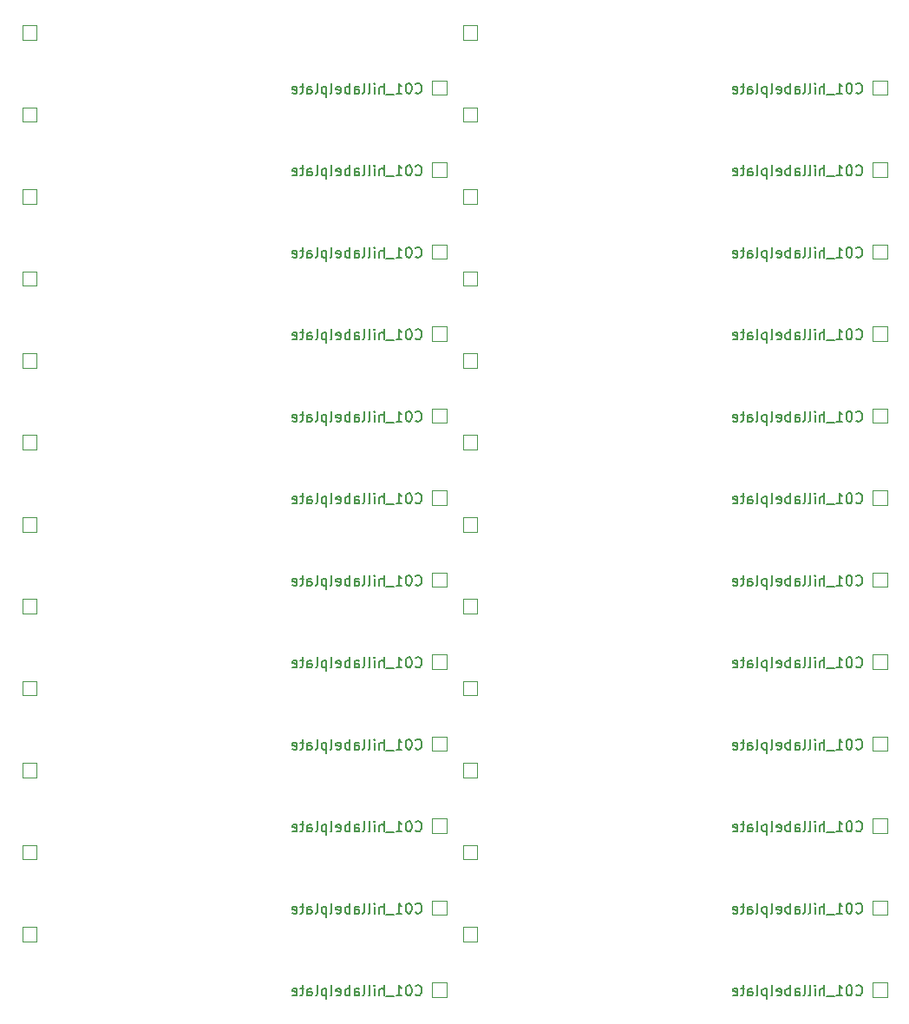
<source format=gbr>
%TF.GenerationSoftware,KiCad,Pcbnew,6.0.11-2627ca5db0~126~ubuntu20.04.1*%
%TF.CreationDate,2024-08-17T18:27:00-05:00*%
%TF.ProjectId,,58585858-5858-4585-9858-585858585858,rev?*%
%TF.SameCoordinates,Original*%
%TF.FileFunction,Legend,Bot*%
%TF.FilePolarity,Positive*%
%FSLAX46Y46*%
G04 Gerber Fmt 4.6, Leading zero omitted, Abs format (unit mm)*
G04 Created by KiCad (PCBNEW 6.0.11-2627ca5db0~126~ubuntu20.04.1) date 2024-08-17 18:27:00*
%MOMM*%
%LPD*%
G01*
G04 APERTURE LIST*
%ADD10C,0.150000*%
%ADD11C,0.120000*%
G04 APERTURE END LIST*
D10*
X143151285Y-155743142D02*
X143198904Y-155790761D01*
X143341761Y-155838380D01*
X143437000Y-155838380D01*
X143579857Y-155790761D01*
X143675095Y-155695523D01*
X143722714Y-155600285D01*
X143770333Y-155409809D01*
X143770333Y-155266952D01*
X143722714Y-155076476D01*
X143675095Y-154981238D01*
X143579857Y-154886000D01*
X143437000Y-154838380D01*
X143341761Y-154838380D01*
X143198904Y-154886000D01*
X143151285Y-154933619D01*
X142532238Y-154838380D02*
X142437000Y-154838380D01*
X142341761Y-154886000D01*
X142294142Y-154933619D01*
X142246523Y-155028857D01*
X142198904Y-155219333D01*
X142198904Y-155457428D01*
X142246523Y-155647904D01*
X142294142Y-155743142D01*
X142341761Y-155790761D01*
X142437000Y-155838380D01*
X142532238Y-155838380D01*
X142627476Y-155790761D01*
X142675095Y-155743142D01*
X142722714Y-155647904D01*
X142770333Y-155457428D01*
X142770333Y-155219333D01*
X142722714Y-155028857D01*
X142675095Y-154933619D01*
X142627476Y-154886000D01*
X142532238Y-154838380D01*
X141246523Y-155838380D02*
X141817952Y-155838380D01*
X141532238Y-155838380D02*
X141532238Y-154838380D01*
X141627476Y-154981238D01*
X141722714Y-155076476D01*
X141817952Y-155124095D01*
X141056047Y-155933619D02*
X140294142Y-155933619D01*
X140056047Y-155838380D02*
X140056047Y-154838380D01*
X139627476Y-155838380D02*
X139627476Y-155314571D01*
X139675095Y-155219333D01*
X139770333Y-155171714D01*
X139913190Y-155171714D01*
X140008428Y-155219333D01*
X140056047Y-155266952D01*
X139151285Y-155838380D02*
X139151285Y-155171714D01*
X139151285Y-154838380D02*
X139198904Y-154886000D01*
X139151285Y-154933619D01*
X139103666Y-154886000D01*
X139151285Y-154838380D01*
X139151285Y-154933619D01*
X138532238Y-155838380D02*
X138627476Y-155790761D01*
X138675095Y-155695523D01*
X138675095Y-154838380D01*
X138008428Y-155838380D02*
X138103666Y-155790761D01*
X138151285Y-155695523D01*
X138151285Y-154838380D01*
X137198904Y-155838380D02*
X137198904Y-155314571D01*
X137246523Y-155219333D01*
X137341761Y-155171714D01*
X137532238Y-155171714D01*
X137627476Y-155219333D01*
X137198904Y-155790761D02*
X137294142Y-155838380D01*
X137532238Y-155838380D01*
X137627476Y-155790761D01*
X137675095Y-155695523D01*
X137675095Y-155600285D01*
X137627476Y-155505047D01*
X137532238Y-155457428D01*
X137294142Y-155457428D01*
X137198904Y-155409809D01*
X136722714Y-155838380D02*
X136722714Y-154838380D01*
X136722714Y-155219333D02*
X136627476Y-155171714D01*
X136437000Y-155171714D01*
X136341761Y-155219333D01*
X136294142Y-155266952D01*
X136246523Y-155362190D01*
X136246523Y-155647904D01*
X136294142Y-155743142D01*
X136341761Y-155790761D01*
X136437000Y-155838380D01*
X136627476Y-155838380D01*
X136722714Y-155790761D01*
X135437000Y-155790761D02*
X135532238Y-155838380D01*
X135722714Y-155838380D01*
X135817952Y-155790761D01*
X135865571Y-155695523D01*
X135865571Y-155314571D01*
X135817952Y-155219333D01*
X135722714Y-155171714D01*
X135532238Y-155171714D01*
X135437000Y-155219333D01*
X135389380Y-155314571D01*
X135389380Y-155409809D01*
X135865571Y-155505047D01*
X134817952Y-155838380D02*
X134913190Y-155790761D01*
X134960809Y-155695523D01*
X134960809Y-154838380D01*
X134437000Y-155171714D02*
X134437000Y-156171714D01*
X134437000Y-155219333D02*
X134341761Y-155171714D01*
X134151285Y-155171714D01*
X134056047Y-155219333D01*
X134008428Y-155266952D01*
X133960809Y-155362190D01*
X133960809Y-155647904D01*
X134008428Y-155743142D01*
X134056047Y-155790761D01*
X134151285Y-155838380D01*
X134341761Y-155838380D01*
X134437000Y-155790761D01*
X133389380Y-155838380D02*
X133484619Y-155790761D01*
X133532238Y-155695523D01*
X133532238Y-154838380D01*
X132579857Y-155838380D02*
X132579857Y-155314571D01*
X132627476Y-155219333D01*
X132722714Y-155171714D01*
X132913190Y-155171714D01*
X133008428Y-155219333D01*
X132579857Y-155790761D02*
X132675095Y-155838380D01*
X132913190Y-155838380D01*
X133008428Y-155790761D01*
X133056047Y-155695523D01*
X133056047Y-155600285D01*
X133008428Y-155505047D01*
X132913190Y-155457428D01*
X132675095Y-155457428D01*
X132579857Y-155409809D01*
X132246523Y-155171714D02*
X131865571Y-155171714D01*
X132103666Y-154838380D02*
X132103666Y-155695523D01*
X132056047Y-155790761D01*
X131960809Y-155838380D01*
X131865571Y-155838380D01*
X131151285Y-155790761D02*
X131246523Y-155838380D01*
X131437000Y-155838380D01*
X131532238Y-155790761D01*
X131579857Y-155695523D01*
X131579857Y-155314571D01*
X131532238Y-155219333D01*
X131437000Y-155171714D01*
X131246523Y-155171714D01*
X131151285Y-155219333D01*
X131103666Y-155314571D01*
X131103666Y-155409809D01*
X131579857Y-155505047D01*
X100151285Y-155743142D02*
X100198904Y-155790761D01*
X100341761Y-155838380D01*
X100437000Y-155838380D01*
X100579857Y-155790761D01*
X100675095Y-155695523D01*
X100722714Y-155600285D01*
X100770333Y-155409809D01*
X100770333Y-155266952D01*
X100722714Y-155076476D01*
X100675095Y-154981238D01*
X100579857Y-154886000D01*
X100437000Y-154838380D01*
X100341761Y-154838380D01*
X100198904Y-154886000D01*
X100151285Y-154933619D01*
X99532238Y-154838380D02*
X99437000Y-154838380D01*
X99341761Y-154886000D01*
X99294142Y-154933619D01*
X99246523Y-155028857D01*
X99198904Y-155219333D01*
X99198904Y-155457428D01*
X99246523Y-155647904D01*
X99294142Y-155743142D01*
X99341761Y-155790761D01*
X99437000Y-155838380D01*
X99532238Y-155838380D01*
X99627476Y-155790761D01*
X99675095Y-155743142D01*
X99722714Y-155647904D01*
X99770333Y-155457428D01*
X99770333Y-155219333D01*
X99722714Y-155028857D01*
X99675095Y-154933619D01*
X99627476Y-154886000D01*
X99532238Y-154838380D01*
X98246523Y-155838380D02*
X98817952Y-155838380D01*
X98532238Y-155838380D02*
X98532238Y-154838380D01*
X98627476Y-154981238D01*
X98722714Y-155076476D01*
X98817952Y-155124095D01*
X98056047Y-155933619D02*
X97294142Y-155933619D01*
X97056047Y-155838380D02*
X97056047Y-154838380D01*
X96627476Y-155838380D02*
X96627476Y-155314571D01*
X96675095Y-155219333D01*
X96770333Y-155171714D01*
X96913190Y-155171714D01*
X97008428Y-155219333D01*
X97056047Y-155266952D01*
X96151285Y-155838380D02*
X96151285Y-155171714D01*
X96151285Y-154838380D02*
X96198904Y-154886000D01*
X96151285Y-154933619D01*
X96103666Y-154886000D01*
X96151285Y-154838380D01*
X96151285Y-154933619D01*
X95532238Y-155838380D02*
X95627476Y-155790761D01*
X95675095Y-155695523D01*
X95675095Y-154838380D01*
X95008428Y-155838380D02*
X95103666Y-155790761D01*
X95151285Y-155695523D01*
X95151285Y-154838380D01*
X94198904Y-155838380D02*
X94198904Y-155314571D01*
X94246523Y-155219333D01*
X94341761Y-155171714D01*
X94532238Y-155171714D01*
X94627476Y-155219333D01*
X94198904Y-155790761D02*
X94294142Y-155838380D01*
X94532238Y-155838380D01*
X94627476Y-155790761D01*
X94675095Y-155695523D01*
X94675095Y-155600285D01*
X94627476Y-155505047D01*
X94532238Y-155457428D01*
X94294142Y-155457428D01*
X94198904Y-155409809D01*
X93722714Y-155838380D02*
X93722714Y-154838380D01*
X93722714Y-155219333D02*
X93627476Y-155171714D01*
X93437000Y-155171714D01*
X93341761Y-155219333D01*
X93294142Y-155266952D01*
X93246523Y-155362190D01*
X93246523Y-155647904D01*
X93294142Y-155743142D01*
X93341761Y-155790761D01*
X93437000Y-155838380D01*
X93627476Y-155838380D01*
X93722714Y-155790761D01*
X92437000Y-155790761D02*
X92532238Y-155838380D01*
X92722714Y-155838380D01*
X92817952Y-155790761D01*
X92865571Y-155695523D01*
X92865571Y-155314571D01*
X92817952Y-155219333D01*
X92722714Y-155171714D01*
X92532238Y-155171714D01*
X92437000Y-155219333D01*
X92389380Y-155314571D01*
X92389380Y-155409809D01*
X92865571Y-155505047D01*
X91817952Y-155838380D02*
X91913190Y-155790761D01*
X91960809Y-155695523D01*
X91960809Y-154838380D01*
X91437000Y-155171714D02*
X91437000Y-156171714D01*
X91437000Y-155219333D02*
X91341761Y-155171714D01*
X91151285Y-155171714D01*
X91056047Y-155219333D01*
X91008428Y-155266952D01*
X90960809Y-155362190D01*
X90960809Y-155647904D01*
X91008428Y-155743142D01*
X91056047Y-155790761D01*
X91151285Y-155838380D01*
X91341761Y-155838380D01*
X91437000Y-155790761D01*
X90389380Y-155838380D02*
X90484619Y-155790761D01*
X90532238Y-155695523D01*
X90532238Y-154838380D01*
X89579857Y-155838380D02*
X89579857Y-155314571D01*
X89627476Y-155219333D01*
X89722714Y-155171714D01*
X89913190Y-155171714D01*
X90008428Y-155219333D01*
X89579857Y-155790761D02*
X89675095Y-155838380D01*
X89913190Y-155838380D01*
X90008428Y-155790761D01*
X90056047Y-155695523D01*
X90056047Y-155600285D01*
X90008428Y-155505047D01*
X89913190Y-155457428D01*
X89675095Y-155457428D01*
X89579857Y-155409809D01*
X89246523Y-155171714D02*
X88865571Y-155171714D01*
X89103666Y-154838380D02*
X89103666Y-155695523D01*
X89056047Y-155790761D01*
X88960809Y-155838380D01*
X88865571Y-155838380D01*
X88151285Y-155790761D02*
X88246523Y-155838380D01*
X88437000Y-155838380D01*
X88532238Y-155790761D01*
X88579857Y-155695523D01*
X88579857Y-155314571D01*
X88532238Y-155219333D01*
X88437000Y-155171714D01*
X88246523Y-155171714D01*
X88151285Y-155219333D01*
X88103666Y-155314571D01*
X88103666Y-155409809D01*
X88579857Y-155505047D01*
X143151285Y-147743142D02*
X143198904Y-147790761D01*
X143341761Y-147838380D01*
X143437000Y-147838380D01*
X143579857Y-147790761D01*
X143675095Y-147695523D01*
X143722714Y-147600285D01*
X143770333Y-147409809D01*
X143770333Y-147266952D01*
X143722714Y-147076476D01*
X143675095Y-146981238D01*
X143579857Y-146886000D01*
X143437000Y-146838380D01*
X143341761Y-146838380D01*
X143198904Y-146886000D01*
X143151285Y-146933619D01*
X142532238Y-146838380D02*
X142437000Y-146838380D01*
X142341761Y-146886000D01*
X142294142Y-146933619D01*
X142246523Y-147028857D01*
X142198904Y-147219333D01*
X142198904Y-147457428D01*
X142246523Y-147647904D01*
X142294142Y-147743142D01*
X142341761Y-147790761D01*
X142437000Y-147838380D01*
X142532238Y-147838380D01*
X142627476Y-147790761D01*
X142675095Y-147743142D01*
X142722714Y-147647904D01*
X142770333Y-147457428D01*
X142770333Y-147219333D01*
X142722714Y-147028857D01*
X142675095Y-146933619D01*
X142627476Y-146886000D01*
X142532238Y-146838380D01*
X141246523Y-147838380D02*
X141817952Y-147838380D01*
X141532238Y-147838380D02*
X141532238Y-146838380D01*
X141627476Y-146981238D01*
X141722714Y-147076476D01*
X141817952Y-147124095D01*
X141056047Y-147933619D02*
X140294142Y-147933619D01*
X140056047Y-147838380D02*
X140056047Y-146838380D01*
X139627476Y-147838380D02*
X139627476Y-147314571D01*
X139675095Y-147219333D01*
X139770333Y-147171714D01*
X139913190Y-147171714D01*
X140008428Y-147219333D01*
X140056047Y-147266952D01*
X139151285Y-147838380D02*
X139151285Y-147171714D01*
X139151285Y-146838380D02*
X139198904Y-146886000D01*
X139151285Y-146933619D01*
X139103666Y-146886000D01*
X139151285Y-146838380D01*
X139151285Y-146933619D01*
X138532238Y-147838380D02*
X138627476Y-147790761D01*
X138675095Y-147695523D01*
X138675095Y-146838380D01*
X138008428Y-147838380D02*
X138103666Y-147790761D01*
X138151285Y-147695523D01*
X138151285Y-146838380D01*
X137198904Y-147838380D02*
X137198904Y-147314571D01*
X137246523Y-147219333D01*
X137341761Y-147171714D01*
X137532238Y-147171714D01*
X137627476Y-147219333D01*
X137198904Y-147790761D02*
X137294142Y-147838380D01*
X137532238Y-147838380D01*
X137627476Y-147790761D01*
X137675095Y-147695523D01*
X137675095Y-147600285D01*
X137627476Y-147505047D01*
X137532238Y-147457428D01*
X137294142Y-147457428D01*
X137198904Y-147409809D01*
X136722714Y-147838380D02*
X136722714Y-146838380D01*
X136722714Y-147219333D02*
X136627476Y-147171714D01*
X136437000Y-147171714D01*
X136341761Y-147219333D01*
X136294142Y-147266952D01*
X136246523Y-147362190D01*
X136246523Y-147647904D01*
X136294142Y-147743142D01*
X136341761Y-147790761D01*
X136437000Y-147838380D01*
X136627476Y-147838380D01*
X136722714Y-147790761D01*
X135437000Y-147790761D02*
X135532238Y-147838380D01*
X135722714Y-147838380D01*
X135817952Y-147790761D01*
X135865571Y-147695523D01*
X135865571Y-147314571D01*
X135817952Y-147219333D01*
X135722714Y-147171714D01*
X135532238Y-147171714D01*
X135437000Y-147219333D01*
X135389380Y-147314571D01*
X135389380Y-147409809D01*
X135865571Y-147505047D01*
X134817952Y-147838380D02*
X134913190Y-147790761D01*
X134960809Y-147695523D01*
X134960809Y-146838380D01*
X134437000Y-147171714D02*
X134437000Y-148171714D01*
X134437000Y-147219333D02*
X134341761Y-147171714D01*
X134151285Y-147171714D01*
X134056047Y-147219333D01*
X134008428Y-147266952D01*
X133960809Y-147362190D01*
X133960809Y-147647904D01*
X134008428Y-147743142D01*
X134056047Y-147790761D01*
X134151285Y-147838380D01*
X134341761Y-147838380D01*
X134437000Y-147790761D01*
X133389380Y-147838380D02*
X133484619Y-147790761D01*
X133532238Y-147695523D01*
X133532238Y-146838380D01*
X132579857Y-147838380D02*
X132579857Y-147314571D01*
X132627476Y-147219333D01*
X132722714Y-147171714D01*
X132913190Y-147171714D01*
X133008428Y-147219333D01*
X132579857Y-147790761D02*
X132675095Y-147838380D01*
X132913190Y-147838380D01*
X133008428Y-147790761D01*
X133056047Y-147695523D01*
X133056047Y-147600285D01*
X133008428Y-147505047D01*
X132913190Y-147457428D01*
X132675095Y-147457428D01*
X132579857Y-147409809D01*
X132246523Y-147171714D02*
X131865571Y-147171714D01*
X132103666Y-146838380D02*
X132103666Y-147695523D01*
X132056047Y-147790761D01*
X131960809Y-147838380D01*
X131865571Y-147838380D01*
X131151285Y-147790761D02*
X131246523Y-147838380D01*
X131437000Y-147838380D01*
X131532238Y-147790761D01*
X131579857Y-147695523D01*
X131579857Y-147314571D01*
X131532238Y-147219333D01*
X131437000Y-147171714D01*
X131246523Y-147171714D01*
X131151285Y-147219333D01*
X131103666Y-147314571D01*
X131103666Y-147409809D01*
X131579857Y-147505047D01*
X100151285Y-147743142D02*
X100198904Y-147790761D01*
X100341761Y-147838380D01*
X100437000Y-147838380D01*
X100579857Y-147790761D01*
X100675095Y-147695523D01*
X100722714Y-147600285D01*
X100770333Y-147409809D01*
X100770333Y-147266952D01*
X100722714Y-147076476D01*
X100675095Y-146981238D01*
X100579857Y-146886000D01*
X100437000Y-146838380D01*
X100341761Y-146838380D01*
X100198904Y-146886000D01*
X100151285Y-146933619D01*
X99532238Y-146838380D02*
X99437000Y-146838380D01*
X99341761Y-146886000D01*
X99294142Y-146933619D01*
X99246523Y-147028857D01*
X99198904Y-147219333D01*
X99198904Y-147457428D01*
X99246523Y-147647904D01*
X99294142Y-147743142D01*
X99341761Y-147790761D01*
X99437000Y-147838380D01*
X99532238Y-147838380D01*
X99627476Y-147790761D01*
X99675095Y-147743142D01*
X99722714Y-147647904D01*
X99770333Y-147457428D01*
X99770333Y-147219333D01*
X99722714Y-147028857D01*
X99675095Y-146933619D01*
X99627476Y-146886000D01*
X99532238Y-146838380D01*
X98246523Y-147838380D02*
X98817952Y-147838380D01*
X98532238Y-147838380D02*
X98532238Y-146838380D01*
X98627476Y-146981238D01*
X98722714Y-147076476D01*
X98817952Y-147124095D01*
X98056047Y-147933619D02*
X97294142Y-147933619D01*
X97056047Y-147838380D02*
X97056047Y-146838380D01*
X96627476Y-147838380D02*
X96627476Y-147314571D01*
X96675095Y-147219333D01*
X96770333Y-147171714D01*
X96913190Y-147171714D01*
X97008428Y-147219333D01*
X97056047Y-147266952D01*
X96151285Y-147838380D02*
X96151285Y-147171714D01*
X96151285Y-146838380D02*
X96198904Y-146886000D01*
X96151285Y-146933619D01*
X96103666Y-146886000D01*
X96151285Y-146838380D01*
X96151285Y-146933619D01*
X95532238Y-147838380D02*
X95627476Y-147790761D01*
X95675095Y-147695523D01*
X95675095Y-146838380D01*
X95008428Y-147838380D02*
X95103666Y-147790761D01*
X95151285Y-147695523D01*
X95151285Y-146838380D01*
X94198904Y-147838380D02*
X94198904Y-147314571D01*
X94246523Y-147219333D01*
X94341761Y-147171714D01*
X94532238Y-147171714D01*
X94627476Y-147219333D01*
X94198904Y-147790761D02*
X94294142Y-147838380D01*
X94532238Y-147838380D01*
X94627476Y-147790761D01*
X94675095Y-147695523D01*
X94675095Y-147600285D01*
X94627476Y-147505047D01*
X94532238Y-147457428D01*
X94294142Y-147457428D01*
X94198904Y-147409809D01*
X93722714Y-147838380D02*
X93722714Y-146838380D01*
X93722714Y-147219333D02*
X93627476Y-147171714D01*
X93437000Y-147171714D01*
X93341761Y-147219333D01*
X93294142Y-147266952D01*
X93246523Y-147362190D01*
X93246523Y-147647904D01*
X93294142Y-147743142D01*
X93341761Y-147790761D01*
X93437000Y-147838380D01*
X93627476Y-147838380D01*
X93722714Y-147790761D01*
X92437000Y-147790761D02*
X92532238Y-147838380D01*
X92722714Y-147838380D01*
X92817952Y-147790761D01*
X92865571Y-147695523D01*
X92865571Y-147314571D01*
X92817952Y-147219333D01*
X92722714Y-147171714D01*
X92532238Y-147171714D01*
X92437000Y-147219333D01*
X92389380Y-147314571D01*
X92389380Y-147409809D01*
X92865571Y-147505047D01*
X91817952Y-147838380D02*
X91913190Y-147790761D01*
X91960809Y-147695523D01*
X91960809Y-146838380D01*
X91437000Y-147171714D02*
X91437000Y-148171714D01*
X91437000Y-147219333D02*
X91341761Y-147171714D01*
X91151285Y-147171714D01*
X91056047Y-147219333D01*
X91008428Y-147266952D01*
X90960809Y-147362190D01*
X90960809Y-147647904D01*
X91008428Y-147743142D01*
X91056047Y-147790761D01*
X91151285Y-147838380D01*
X91341761Y-147838380D01*
X91437000Y-147790761D01*
X90389380Y-147838380D02*
X90484619Y-147790761D01*
X90532238Y-147695523D01*
X90532238Y-146838380D01*
X89579857Y-147838380D02*
X89579857Y-147314571D01*
X89627476Y-147219333D01*
X89722714Y-147171714D01*
X89913190Y-147171714D01*
X90008428Y-147219333D01*
X89579857Y-147790761D02*
X89675095Y-147838380D01*
X89913190Y-147838380D01*
X90008428Y-147790761D01*
X90056047Y-147695523D01*
X90056047Y-147600285D01*
X90008428Y-147505047D01*
X89913190Y-147457428D01*
X89675095Y-147457428D01*
X89579857Y-147409809D01*
X89246523Y-147171714D02*
X88865571Y-147171714D01*
X89103666Y-146838380D02*
X89103666Y-147695523D01*
X89056047Y-147790761D01*
X88960809Y-147838380D01*
X88865571Y-147838380D01*
X88151285Y-147790761D02*
X88246523Y-147838380D01*
X88437000Y-147838380D01*
X88532238Y-147790761D01*
X88579857Y-147695523D01*
X88579857Y-147314571D01*
X88532238Y-147219333D01*
X88437000Y-147171714D01*
X88246523Y-147171714D01*
X88151285Y-147219333D01*
X88103666Y-147314571D01*
X88103666Y-147409809D01*
X88579857Y-147505047D01*
X143151285Y-139743142D02*
X143198904Y-139790761D01*
X143341761Y-139838380D01*
X143437000Y-139838380D01*
X143579857Y-139790761D01*
X143675095Y-139695523D01*
X143722714Y-139600285D01*
X143770333Y-139409809D01*
X143770333Y-139266952D01*
X143722714Y-139076476D01*
X143675095Y-138981238D01*
X143579857Y-138886000D01*
X143437000Y-138838380D01*
X143341761Y-138838380D01*
X143198904Y-138886000D01*
X143151285Y-138933619D01*
X142532238Y-138838380D02*
X142437000Y-138838380D01*
X142341761Y-138886000D01*
X142294142Y-138933619D01*
X142246523Y-139028857D01*
X142198904Y-139219333D01*
X142198904Y-139457428D01*
X142246523Y-139647904D01*
X142294142Y-139743142D01*
X142341761Y-139790761D01*
X142437000Y-139838380D01*
X142532238Y-139838380D01*
X142627476Y-139790761D01*
X142675095Y-139743142D01*
X142722714Y-139647904D01*
X142770333Y-139457428D01*
X142770333Y-139219333D01*
X142722714Y-139028857D01*
X142675095Y-138933619D01*
X142627476Y-138886000D01*
X142532238Y-138838380D01*
X141246523Y-139838380D02*
X141817952Y-139838380D01*
X141532238Y-139838380D02*
X141532238Y-138838380D01*
X141627476Y-138981238D01*
X141722714Y-139076476D01*
X141817952Y-139124095D01*
X141056047Y-139933619D02*
X140294142Y-139933619D01*
X140056047Y-139838380D02*
X140056047Y-138838380D01*
X139627476Y-139838380D02*
X139627476Y-139314571D01*
X139675095Y-139219333D01*
X139770333Y-139171714D01*
X139913190Y-139171714D01*
X140008428Y-139219333D01*
X140056047Y-139266952D01*
X139151285Y-139838380D02*
X139151285Y-139171714D01*
X139151285Y-138838380D02*
X139198904Y-138886000D01*
X139151285Y-138933619D01*
X139103666Y-138886000D01*
X139151285Y-138838380D01*
X139151285Y-138933619D01*
X138532238Y-139838380D02*
X138627476Y-139790761D01*
X138675095Y-139695523D01*
X138675095Y-138838380D01*
X138008428Y-139838380D02*
X138103666Y-139790761D01*
X138151285Y-139695523D01*
X138151285Y-138838380D01*
X137198904Y-139838380D02*
X137198904Y-139314571D01*
X137246523Y-139219333D01*
X137341761Y-139171714D01*
X137532238Y-139171714D01*
X137627476Y-139219333D01*
X137198904Y-139790761D02*
X137294142Y-139838380D01*
X137532238Y-139838380D01*
X137627476Y-139790761D01*
X137675095Y-139695523D01*
X137675095Y-139600285D01*
X137627476Y-139505047D01*
X137532238Y-139457428D01*
X137294142Y-139457428D01*
X137198904Y-139409809D01*
X136722714Y-139838380D02*
X136722714Y-138838380D01*
X136722714Y-139219333D02*
X136627476Y-139171714D01*
X136437000Y-139171714D01*
X136341761Y-139219333D01*
X136294142Y-139266952D01*
X136246523Y-139362190D01*
X136246523Y-139647904D01*
X136294142Y-139743142D01*
X136341761Y-139790761D01*
X136437000Y-139838380D01*
X136627476Y-139838380D01*
X136722714Y-139790761D01*
X135437000Y-139790761D02*
X135532238Y-139838380D01*
X135722714Y-139838380D01*
X135817952Y-139790761D01*
X135865571Y-139695523D01*
X135865571Y-139314571D01*
X135817952Y-139219333D01*
X135722714Y-139171714D01*
X135532238Y-139171714D01*
X135437000Y-139219333D01*
X135389380Y-139314571D01*
X135389380Y-139409809D01*
X135865571Y-139505047D01*
X134817952Y-139838380D02*
X134913190Y-139790761D01*
X134960809Y-139695523D01*
X134960809Y-138838380D01*
X134437000Y-139171714D02*
X134437000Y-140171714D01*
X134437000Y-139219333D02*
X134341761Y-139171714D01*
X134151285Y-139171714D01*
X134056047Y-139219333D01*
X134008428Y-139266952D01*
X133960809Y-139362190D01*
X133960809Y-139647904D01*
X134008428Y-139743142D01*
X134056047Y-139790761D01*
X134151285Y-139838380D01*
X134341761Y-139838380D01*
X134437000Y-139790761D01*
X133389380Y-139838380D02*
X133484619Y-139790761D01*
X133532238Y-139695523D01*
X133532238Y-138838380D01*
X132579857Y-139838380D02*
X132579857Y-139314571D01*
X132627476Y-139219333D01*
X132722714Y-139171714D01*
X132913190Y-139171714D01*
X133008428Y-139219333D01*
X132579857Y-139790761D02*
X132675095Y-139838380D01*
X132913190Y-139838380D01*
X133008428Y-139790761D01*
X133056047Y-139695523D01*
X133056047Y-139600285D01*
X133008428Y-139505047D01*
X132913190Y-139457428D01*
X132675095Y-139457428D01*
X132579857Y-139409809D01*
X132246523Y-139171714D02*
X131865571Y-139171714D01*
X132103666Y-138838380D02*
X132103666Y-139695523D01*
X132056047Y-139790761D01*
X131960809Y-139838380D01*
X131865571Y-139838380D01*
X131151285Y-139790761D02*
X131246523Y-139838380D01*
X131437000Y-139838380D01*
X131532238Y-139790761D01*
X131579857Y-139695523D01*
X131579857Y-139314571D01*
X131532238Y-139219333D01*
X131437000Y-139171714D01*
X131246523Y-139171714D01*
X131151285Y-139219333D01*
X131103666Y-139314571D01*
X131103666Y-139409809D01*
X131579857Y-139505047D01*
X100151285Y-139743142D02*
X100198904Y-139790761D01*
X100341761Y-139838380D01*
X100437000Y-139838380D01*
X100579857Y-139790761D01*
X100675095Y-139695523D01*
X100722714Y-139600285D01*
X100770333Y-139409809D01*
X100770333Y-139266952D01*
X100722714Y-139076476D01*
X100675095Y-138981238D01*
X100579857Y-138886000D01*
X100437000Y-138838380D01*
X100341761Y-138838380D01*
X100198904Y-138886000D01*
X100151285Y-138933619D01*
X99532238Y-138838380D02*
X99437000Y-138838380D01*
X99341761Y-138886000D01*
X99294142Y-138933619D01*
X99246523Y-139028857D01*
X99198904Y-139219333D01*
X99198904Y-139457428D01*
X99246523Y-139647904D01*
X99294142Y-139743142D01*
X99341761Y-139790761D01*
X99437000Y-139838380D01*
X99532238Y-139838380D01*
X99627476Y-139790761D01*
X99675095Y-139743142D01*
X99722714Y-139647904D01*
X99770333Y-139457428D01*
X99770333Y-139219333D01*
X99722714Y-139028857D01*
X99675095Y-138933619D01*
X99627476Y-138886000D01*
X99532238Y-138838380D01*
X98246523Y-139838380D02*
X98817952Y-139838380D01*
X98532238Y-139838380D02*
X98532238Y-138838380D01*
X98627476Y-138981238D01*
X98722714Y-139076476D01*
X98817952Y-139124095D01*
X98056047Y-139933619D02*
X97294142Y-139933619D01*
X97056047Y-139838380D02*
X97056047Y-138838380D01*
X96627476Y-139838380D02*
X96627476Y-139314571D01*
X96675095Y-139219333D01*
X96770333Y-139171714D01*
X96913190Y-139171714D01*
X97008428Y-139219333D01*
X97056047Y-139266952D01*
X96151285Y-139838380D02*
X96151285Y-139171714D01*
X96151285Y-138838380D02*
X96198904Y-138886000D01*
X96151285Y-138933619D01*
X96103666Y-138886000D01*
X96151285Y-138838380D01*
X96151285Y-138933619D01*
X95532238Y-139838380D02*
X95627476Y-139790761D01*
X95675095Y-139695523D01*
X95675095Y-138838380D01*
X95008428Y-139838380D02*
X95103666Y-139790761D01*
X95151285Y-139695523D01*
X95151285Y-138838380D01*
X94198904Y-139838380D02*
X94198904Y-139314571D01*
X94246523Y-139219333D01*
X94341761Y-139171714D01*
X94532238Y-139171714D01*
X94627476Y-139219333D01*
X94198904Y-139790761D02*
X94294142Y-139838380D01*
X94532238Y-139838380D01*
X94627476Y-139790761D01*
X94675095Y-139695523D01*
X94675095Y-139600285D01*
X94627476Y-139505047D01*
X94532238Y-139457428D01*
X94294142Y-139457428D01*
X94198904Y-139409809D01*
X93722714Y-139838380D02*
X93722714Y-138838380D01*
X93722714Y-139219333D02*
X93627476Y-139171714D01*
X93437000Y-139171714D01*
X93341761Y-139219333D01*
X93294142Y-139266952D01*
X93246523Y-139362190D01*
X93246523Y-139647904D01*
X93294142Y-139743142D01*
X93341761Y-139790761D01*
X93437000Y-139838380D01*
X93627476Y-139838380D01*
X93722714Y-139790761D01*
X92437000Y-139790761D02*
X92532238Y-139838380D01*
X92722714Y-139838380D01*
X92817952Y-139790761D01*
X92865571Y-139695523D01*
X92865571Y-139314571D01*
X92817952Y-139219333D01*
X92722714Y-139171714D01*
X92532238Y-139171714D01*
X92437000Y-139219333D01*
X92389380Y-139314571D01*
X92389380Y-139409809D01*
X92865571Y-139505047D01*
X91817952Y-139838380D02*
X91913190Y-139790761D01*
X91960809Y-139695523D01*
X91960809Y-138838380D01*
X91437000Y-139171714D02*
X91437000Y-140171714D01*
X91437000Y-139219333D02*
X91341761Y-139171714D01*
X91151285Y-139171714D01*
X91056047Y-139219333D01*
X91008428Y-139266952D01*
X90960809Y-139362190D01*
X90960809Y-139647904D01*
X91008428Y-139743142D01*
X91056047Y-139790761D01*
X91151285Y-139838380D01*
X91341761Y-139838380D01*
X91437000Y-139790761D01*
X90389380Y-139838380D02*
X90484619Y-139790761D01*
X90532238Y-139695523D01*
X90532238Y-138838380D01*
X89579857Y-139838380D02*
X89579857Y-139314571D01*
X89627476Y-139219333D01*
X89722714Y-139171714D01*
X89913190Y-139171714D01*
X90008428Y-139219333D01*
X89579857Y-139790761D02*
X89675095Y-139838380D01*
X89913190Y-139838380D01*
X90008428Y-139790761D01*
X90056047Y-139695523D01*
X90056047Y-139600285D01*
X90008428Y-139505047D01*
X89913190Y-139457428D01*
X89675095Y-139457428D01*
X89579857Y-139409809D01*
X89246523Y-139171714D02*
X88865571Y-139171714D01*
X89103666Y-138838380D02*
X89103666Y-139695523D01*
X89056047Y-139790761D01*
X88960809Y-139838380D01*
X88865571Y-139838380D01*
X88151285Y-139790761D02*
X88246523Y-139838380D01*
X88437000Y-139838380D01*
X88532238Y-139790761D01*
X88579857Y-139695523D01*
X88579857Y-139314571D01*
X88532238Y-139219333D01*
X88437000Y-139171714D01*
X88246523Y-139171714D01*
X88151285Y-139219333D01*
X88103666Y-139314571D01*
X88103666Y-139409809D01*
X88579857Y-139505047D01*
X143151285Y-131743142D02*
X143198904Y-131790761D01*
X143341761Y-131838380D01*
X143437000Y-131838380D01*
X143579857Y-131790761D01*
X143675095Y-131695523D01*
X143722714Y-131600285D01*
X143770333Y-131409809D01*
X143770333Y-131266952D01*
X143722714Y-131076476D01*
X143675095Y-130981238D01*
X143579857Y-130886000D01*
X143437000Y-130838380D01*
X143341761Y-130838380D01*
X143198904Y-130886000D01*
X143151285Y-130933619D01*
X142532238Y-130838380D02*
X142437000Y-130838380D01*
X142341761Y-130886000D01*
X142294142Y-130933619D01*
X142246523Y-131028857D01*
X142198904Y-131219333D01*
X142198904Y-131457428D01*
X142246523Y-131647904D01*
X142294142Y-131743142D01*
X142341761Y-131790761D01*
X142437000Y-131838380D01*
X142532238Y-131838380D01*
X142627476Y-131790761D01*
X142675095Y-131743142D01*
X142722714Y-131647904D01*
X142770333Y-131457428D01*
X142770333Y-131219333D01*
X142722714Y-131028857D01*
X142675095Y-130933619D01*
X142627476Y-130886000D01*
X142532238Y-130838380D01*
X141246523Y-131838380D02*
X141817952Y-131838380D01*
X141532238Y-131838380D02*
X141532238Y-130838380D01*
X141627476Y-130981238D01*
X141722714Y-131076476D01*
X141817952Y-131124095D01*
X141056047Y-131933619D02*
X140294142Y-131933619D01*
X140056047Y-131838380D02*
X140056047Y-130838380D01*
X139627476Y-131838380D02*
X139627476Y-131314571D01*
X139675095Y-131219333D01*
X139770333Y-131171714D01*
X139913190Y-131171714D01*
X140008428Y-131219333D01*
X140056047Y-131266952D01*
X139151285Y-131838380D02*
X139151285Y-131171714D01*
X139151285Y-130838380D02*
X139198904Y-130886000D01*
X139151285Y-130933619D01*
X139103666Y-130886000D01*
X139151285Y-130838380D01*
X139151285Y-130933619D01*
X138532238Y-131838380D02*
X138627476Y-131790761D01*
X138675095Y-131695523D01*
X138675095Y-130838380D01*
X138008428Y-131838380D02*
X138103666Y-131790761D01*
X138151285Y-131695523D01*
X138151285Y-130838380D01*
X137198904Y-131838380D02*
X137198904Y-131314571D01*
X137246523Y-131219333D01*
X137341761Y-131171714D01*
X137532238Y-131171714D01*
X137627476Y-131219333D01*
X137198904Y-131790761D02*
X137294142Y-131838380D01*
X137532238Y-131838380D01*
X137627476Y-131790761D01*
X137675095Y-131695523D01*
X137675095Y-131600285D01*
X137627476Y-131505047D01*
X137532238Y-131457428D01*
X137294142Y-131457428D01*
X137198904Y-131409809D01*
X136722714Y-131838380D02*
X136722714Y-130838380D01*
X136722714Y-131219333D02*
X136627476Y-131171714D01*
X136437000Y-131171714D01*
X136341761Y-131219333D01*
X136294142Y-131266952D01*
X136246523Y-131362190D01*
X136246523Y-131647904D01*
X136294142Y-131743142D01*
X136341761Y-131790761D01*
X136437000Y-131838380D01*
X136627476Y-131838380D01*
X136722714Y-131790761D01*
X135437000Y-131790761D02*
X135532238Y-131838380D01*
X135722714Y-131838380D01*
X135817952Y-131790761D01*
X135865571Y-131695523D01*
X135865571Y-131314571D01*
X135817952Y-131219333D01*
X135722714Y-131171714D01*
X135532238Y-131171714D01*
X135437000Y-131219333D01*
X135389380Y-131314571D01*
X135389380Y-131409809D01*
X135865571Y-131505047D01*
X134817952Y-131838380D02*
X134913190Y-131790761D01*
X134960809Y-131695523D01*
X134960809Y-130838380D01*
X134437000Y-131171714D02*
X134437000Y-132171714D01*
X134437000Y-131219333D02*
X134341761Y-131171714D01*
X134151285Y-131171714D01*
X134056047Y-131219333D01*
X134008428Y-131266952D01*
X133960809Y-131362190D01*
X133960809Y-131647904D01*
X134008428Y-131743142D01*
X134056047Y-131790761D01*
X134151285Y-131838380D01*
X134341761Y-131838380D01*
X134437000Y-131790761D01*
X133389380Y-131838380D02*
X133484619Y-131790761D01*
X133532238Y-131695523D01*
X133532238Y-130838380D01*
X132579857Y-131838380D02*
X132579857Y-131314571D01*
X132627476Y-131219333D01*
X132722714Y-131171714D01*
X132913190Y-131171714D01*
X133008428Y-131219333D01*
X132579857Y-131790761D02*
X132675095Y-131838380D01*
X132913190Y-131838380D01*
X133008428Y-131790761D01*
X133056047Y-131695523D01*
X133056047Y-131600285D01*
X133008428Y-131505047D01*
X132913190Y-131457428D01*
X132675095Y-131457428D01*
X132579857Y-131409809D01*
X132246523Y-131171714D02*
X131865571Y-131171714D01*
X132103666Y-130838380D02*
X132103666Y-131695523D01*
X132056047Y-131790761D01*
X131960809Y-131838380D01*
X131865571Y-131838380D01*
X131151285Y-131790761D02*
X131246523Y-131838380D01*
X131437000Y-131838380D01*
X131532238Y-131790761D01*
X131579857Y-131695523D01*
X131579857Y-131314571D01*
X131532238Y-131219333D01*
X131437000Y-131171714D01*
X131246523Y-131171714D01*
X131151285Y-131219333D01*
X131103666Y-131314571D01*
X131103666Y-131409809D01*
X131579857Y-131505047D01*
X100151285Y-131743142D02*
X100198904Y-131790761D01*
X100341761Y-131838380D01*
X100437000Y-131838380D01*
X100579857Y-131790761D01*
X100675095Y-131695523D01*
X100722714Y-131600285D01*
X100770333Y-131409809D01*
X100770333Y-131266952D01*
X100722714Y-131076476D01*
X100675095Y-130981238D01*
X100579857Y-130886000D01*
X100437000Y-130838380D01*
X100341761Y-130838380D01*
X100198904Y-130886000D01*
X100151285Y-130933619D01*
X99532238Y-130838380D02*
X99437000Y-130838380D01*
X99341761Y-130886000D01*
X99294142Y-130933619D01*
X99246523Y-131028857D01*
X99198904Y-131219333D01*
X99198904Y-131457428D01*
X99246523Y-131647904D01*
X99294142Y-131743142D01*
X99341761Y-131790761D01*
X99437000Y-131838380D01*
X99532238Y-131838380D01*
X99627476Y-131790761D01*
X99675095Y-131743142D01*
X99722714Y-131647904D01*
X99770333Y-131457428D01*
X99770333Y-131219333D01*
X99722714Y-131028857D01*
X99675095Y-130933619D01*
X99627476Y-130886000D01*
X99532238Y-130838380D01*
X98246523Y-131838380D02*
X98817952Y-131838380D01*
X98532238Y-131838380D02*
X98532238Y-130838380D01*
X98627476Y-130981238D01*
X98722714Y-131076476D01*
X98817952Y-131124095D01*
X98056047Y-131933619D02*
X97294142Y-131933619D01*
X97056047Y-131838380D02*
X97056047Y-130838380D01*
X96627476Y-131838380D02*
X96627476Y-131314571D01*
X96675095Y-131219333D01*
X96770333Y-131171714D01*
X96913190Y-131171714D01*
X97008428Y-131219333D01*
X97056047Y-131266952D01*
X96151285Y-131838380D02*
X96151285Y-131171714D01*
X96151285Y-130838380D02*
X96198904Y-130886000D01*
X96151285Y-130933619D01*
X96103666Y-130886000D01*
X96151285Y-130838380D01*
X96151285Y-130933619D01*
X95532238Y-131838380D02*
X95627476Y-131790761D01*
X95675095Y-131695523D01*
X95675095Y-130838380D01*
X95008428Y-131838380D02*
X95103666Y-131790761D01*
X95151285Y-131695523D01*
X95151285Y-130838380D01*
X94198904Y-131838380D02*
X94198904Y-131314571D01*
X94246523Y-131219333D01*
X94341761Y-131171714D01*
X94532238Y-131171714D01*
X94627476Y-131219333D01*
X94198904Y-131790761D02*
X94294142Y-131838380D01*
X94532238Y-131838380D01*
X94627476Y-131790761D01*
X94675095Y-131695523D01*
X94675095Y-131600285D01*
X94627476Y-131505047D01*
X94532238Y-131457428D01*
X94294142Y-131457428D01*
X94198904Y-131409809D01*
X93722714Y-131838380D02*
X93722714Y-130838380D01*
X93722714Y-131219333D02*
X93627476Y-131171714D01*
X93437000Y-131171714D01*
X93341761Y-131219333D01*
X93294142Y-131266952D01*
X93246523Y-131362190D01*
X93246523Y-131647904D01*
X93294142Y-131743142D01*
X93341761Y-131790761D01*
X93437000Y-131838380D01*
X93627476Y-131838380D01*
X93722714Y-131790761D01*
X92437000Y-131790761D02*
X92532238Y-131838380D01*
X92722714Y-131838380D01*
X92817952Y-131790761D01*
X92865571Y-131695523D01*
X92865571Y-131314571D01*
X92817952Y-131219333D01*
X92722714Y-131171714D01*
X92532238Y-131171714D01*
X92437000Y-131219333D01*
X92389380Y-131314571D01*
X92389380Y-131409809D01*
X92865571Y-131505047D01*
X91817952Y-131838380D02*
X91913190Y-131790761D01*
X91960809Y-131695523D01*
X91960809Y-130838380D01*
X91437000Y-131171714D02*
X91437000Y-132171714D01*
X91437000Y-131219333D02*
X91341761Y-131171714D01*
X91151285Y-131171714D01*
X91056047Y-131219333D01*
X91008428Y-131266952D01*
X90960809Y-131362190D01*
X90960809Y-131647904D01*
X91008428Y-131743142D01*
X91056047Y-131790761D01*
X91151285Y-131838380D01*
X91341761Y-131838380D01*
X91437000Y-131790761D01*
X90389380Y-131838380D02*
X90484619Y-131790761D01*
X90532238Y-131695523D01*
X90532238Y-130838380D01*
X89579857Y-131838380D02*
X89579857Y-131314571D01*
X89627476Y-131219333D01*
X89722714Y-131171714D01*
X89913190Y-131171714D01*
X90008428Y-131219333D01*
X89579857Y-131790761D02*
X89675095Y-131838380D01*
X89913190Y-131838380D01*
X90008428Y-131790761D01*
X90056047Y-131695523D01*
X90056047Y-131600285D01*
X90008428Y-131505047D01*
X89913190Y-131457428D01*
X89675095Y-131457428D01*
X89579857Y-131409809D01*
X89246523Y-131171714D02*
X88865571Y-131171714D01*
X89103666Y-130838380D02*
X89103666Y-131695523D01*
X89056047Y-131790761D01*
X88960809Y-131838380D01*
X88865571Y-131838380D01*
X88151285Y-131790761D02*
X88246523Y-131838380D01*
X88437000Y-131838380D01*
X88532238Y-131790761D01*
X88579857Y-131695523D01*
X88579857Y-131314571D01*
X88532238Y-131219333D01*
X88437000Y-131171714D01*
X88246523Y-131171714D01*
X88151285Y-131219333D01*
X88103666Y-131314571D01*
X88103666Y-131409809D01*
X88579857Y-131505047D01*
X143151285Y-123743142D02*
X143198904Y-123790761D01*
X143341761Y-123838380D01*
X143437000Y-123838380D01*
X143579857Y-123790761D01*
X143675095Y-123695523D01*
X143722714Y-123600285D01*
X143770333Y-123409809D01*
X143770333Y-123266952D01*
X143722714Y-123076476D01*
X143675095Y-122981238D01*
X143579857Y-122886000D01*
X143437000Y-122838380D01*
X143341761Y-122838380D01*
X143198904Y-122886000D01*
X143151285Y-122933619D01*
X142532238Y-122838380D02*
X142437000Y-122838380D01*
X142341761Y-122886000D01*
X142294142Y-122933619D01*
X142246523Y-123028857D01*
X142198904Y-123219333D01*
X142198904Y-123457428D01*
X142246523Y-123647904D01*
X142294142Y-123743142D01*
X142341761Y-123790761D01*
X142437000Y-123838380D01*
X142532238Y-123838380D01*
X142627476Y-123790761D01*
X142675095Y-123743142D01*
X142722714Y-123647904D01*
X142770333Y-123457428D01*
X142770333Y-123219333D01*
X142722714Y-123028857D01*
X142675095Y-122933619D01*
X142627476Y-122886000D01*
X142532238Y-122838380D01*
X141246523Y-123838380D02*
X141817952Y-123838380D01*
X141532238Y-123838380D02*
X141532238Y-122838380D01*
X141627476Y-122981238D01*
X141722714Y-123076476D01*
X141817952Y-123124095D01*
X141056047Y-123933619D02*
X140294142Y-123933619D01*
X140056047Y-123838380D02*
X140056047Y-122838380D01*
X139627476Y-123838380D02*
X139627476Y-123314571D01*
X139675095Y-123219333D01*
X139770333Y-123171714D01*
X139913190Y-123171714D01*
X140008428Y-123219333D01*
X140056047Y-123266952D01*
X139151285Y-123838380D02*
X139151285Y-123171714D01*
X139151285Y-122838380D02*
X139198904Y-122886000D01*
X139151285Y-122933619D01*
X139103666Y-122886000D01*
X139151285Y-122838380D01*
X139151285Y-122933619D01*
X138532238Y-123838380D02*
X138627476Y-123790761D01*
X138675095Y-123695523D01*
X138675095Y-122838380D01*
X138008428Y-123838380D02*
X138103666Y-123790761D01*
X138151285Y-123695523D01*
X138151285Y-122838380D01*
X137198904Y-123838380D02*
X137198904Y-123314571D01*
X137246523Y-123219333D01*
X137341761Y-123171714D01*
X137532238Y-123171714D01*
X137627476Y-123219333D01*
X137198904Y-123790761D02*
X137294142Y-123838380D01*
X137532238Y-123838380D01*
X137627476Y-123790761D01*
X137675095Y-123695523D01*
X137675095Y-123600285D01*
X137627476Y-123505047D01*
X137532238Y-123457428D01*
X137294142Y-123457428D01*
X137198904Y-123409809D01*
X136722714Y-123838380D02*
X136722714Y-122838380D01*
X136722714Y-123219333D02*
X136627476Y-123171714D01*
X136437000Y-123171714D01*
X136341761Y-123219333D01*
X136294142Y-123266952D01*
X136246523Y-123362190D01*
X136246523Y-123647904D01*
X136294142Y-123743142D01*
X136341761Y-123790761D01*
X136437000Y-123838380D01*
X136627476Y-123838380D01*
X136722714Y-123790761D01*
X135437000Y-123790761D02*
X135532238Y-123838380D01*
X135722714Y-123838380D01*
X135817952Y-123790761D01*
X135865571Y-123695523D01*
X135865571Y-123314571D01*
X135817952Y-123219333D01*
X135722714Y-123171714D01*
X135532238Y-123171714D01*
X135437000Y-123219333D01*
X135389380Y-123314571D01*
X135389380Y-123409809D01*
X135865571Y-123505047D01*
X134817952Y-123838380D02*
X134913190Y-123790761D01*
X134960809Y-123695523D01*
X134960809Y-122838380D01*
X134437000Y-123171714D02*
X134437000Y-124171714D01*
X134437000Y-123219333D02*
X134341761Y-123171714D01*
X134151285Y-123171714D01*
X134056047Y-123219333D01*
X134008428Y-123266952D01*
X133960809Y-123362190D01*
X133960809Y-123647904D01*
X134008428Y-123743142D01*
X134056047Y-123790761D01*
X134151285Y-123838380D01*
X134341761Y-123838380D01*
X134437000Y-123790761D01*
X133389380Y-123838380D02*
X133484619Y-123790761D01*
X133532238Y-123695523D01*
X133532238Y-122838380D01*
X132579857Y-123838380D02*
X132579857Y-123314571D01*
X132627476Y-123219333D01*
X132722714Y-123171714D01*
X132913190Y-123171714D01*
X133008428Y-123219333D01*
X132579857Y-123790761D02*
X132675095Y-123838380D01*
X132913190Y-123838380D01*
X133008428Y-123790761D01*
X133056047Y-123695523D01*
X133056047Y-123600285D01*
X133008428Y-123505047D01*
X132913190Y-123457428D01*
X132675095Y-123457428D01*
X132579857Y-123409809D01*
X132246523Y-123171714D02*
X131865571Y-123171714D01*
X132103666Y-122838380D02*
X132103666Y-123695523D01*
X132056047Y-123790761D01*
X131960809Y-123838380D01*
X131865571Y-123838380D01*
X131151285Y-123790761D02*
X131246523Y-123838380D01*
X131437000Y-123838380D01*
X131532238Y-123790761D01*
X131579857Y-123695523D01*
X131579857Y-123314571D01*
X131532238Y-123219333D01*
X131437000Y-123171714D01*
X131246523Y-123171714D01*
X131151285Y-123219333D01*
X131103666Y-123314571D01*
X131103666Y-123409809D01*
X131579857Y-123505047D01*
X100151285Y-123743142D02*
X100198904Y-123790761D01*
X100341761Y-123838380D01*
X100437000Y-123838380D01*
X100579857Y-123790761D01*
X100675095Y-123695523D01*
X100722714Y-123600285D01*
X100770333Y-123409809D01*
X100770333Y-123266952D01*
X100722714Y-123076476D01*
X100675095Y-122981238D01*
X100579857Y-122886000D01*
X100437000Y-122838380D01*
X100341761Y-122838380D01*
X100198904Y-122886000D01*
X100151285Y-122933619D01*
X99532238Y-122838380D02*
X99437000Y-122838380D01*
X99341761Y-122886000D01*
X99294142Y-122933619D01*
X99246523Y-123028857D01*
X99198904Y-123219333D01*
X99198904Y-123457428D01*
X99246523Y-123647904D01*
X99294142Y-123743142D01*
X99341761Y-123790761D01*
X99437000Y-123838380D01*
X99532238Y-123838380D01*
X99627476Y-123790761D01*
X99675095Y-123743142D01*
X99722714Y-123647904D01*
X99770333Y-123457428D01*
X99770333Y-123219333D01*
X99722714Y-123028857D01*
X99675095Y-122933619D01*
X99627476Y-122886000D01*
X99532238Y-122838380D01*
X98246523Y-123838380D02*
X98817952Y-123838380D01*
X98532238Y-123838380D02*
X98532238Y-122838380D01*
X98627476Y-122981238D01*
X98722714Y-123076476D01*
X98817952Y-123124095D01*
X98056047Y-123933619D02*
X97294142Y-123933619D01*
X97056047Y-123838380D02*
X97056047Y-122838380D01*
X96627476Y-123838380D02*
X96627476Y-123314571D01*
X96675095Y-123219333D01*
X96770333Y-123171714D01*
X96913190Y-123171714D01*
X97008428Y-123219333D01*
X97056047Y-123266952D01*
X96151285Y-123838380D02*
X96151285Y-123171714D01*
X96151285Y-122838380D02*
X96198904Y-122886000D01*
X96151285Y-122933619D01*
X96103666Y-122886000D01*
X96151285Y-122838380D01*
X96151285Y-122933619D01*
X95532238Y-123838380D02*
X95627476Y-123790761D01*
X95675095Y-123695523D01*
X95675095Y-122838380D01*
X95008428Y-123838380D02*
X95103666Y-123790761D01*
X95151285Y-123695523D01*
X95151285Y-122838380D01*
X94198904Y-123838380D02*
X94198904Y-123314571D01*
X94246523Y-123219333D01*
X94341761Y-123171714D01*
X94532238Y-123171714D01*
X94627476Y-123219333D01*
X94198904Y-123790761D02*
X94294142Y-123838380D01*
X94532238Y-123838380D01*
X94627476Y-123790761D01*
X94675095Y-123695523D01*
X94675095Y-123600285D01*
X94627476Y-123505047D01*
X94532238Y-123457428D01*
X94294142Y-123457428D01*
X94198904Y-123409809D01*
X93722714Y-123838380D02*
X93722714Y-122838380D01*
X93722714Y-123219333D02*
X93627476Y-123171714D01*
X93437000Y-123171714D01*
X93341761Y-123219333D01*
X93294142Y-123266952D01*
X93246523Y-123362190D01*
X93246523Y-123647904D01*
X93294142Y-123743142D01*
X93341761Y-123790761D01*
X93437000Y-123838380D01*
X93627476Y-123838380D01*
X93722714Y-123790761D01*
X92437000Y-123790761D02*
X92532238Y-123838380D01*
X92722714Y-123838380D01*
X92817952Y-123790761D01*
X92865571Y-123695523D01*
X92865571Y-123314571D01*
X92817952Y-123219333D01*
X92722714Y-123171714D01*
X92532238Y-123171714D01*
X92437000Y-123219333D01*
X92389380Y-123314571D01*
X92389380Y-123409809D01*
X92865571Y-123505047D01*
X91817952Y-123838380D02*
X91913190Y-123790761D01*
X91960809Y-123695523D01*
X91960809Y-122838380D01*
X91437000Y-123171714D02*
X91437000Y-124171714D01*
X91437000Y-123219333D02*
X91341761Y-123171714D01*
X91151285Y-123171714D01*
X91056047Y-123219333D01*
X91008428Y-123266952D01*
X90960809Y-123362190D01*
X90960809Y-123647904D01*
X91008428Y-123743142D01*
X91056047Y-123790761D01*
X91151285Y-123838380D01*
X91341761Y-123838380D01*
X91437000Y-123790761D01*
X90389380Y-123838380D02*
X90484619Y-123790761D01*
X90532238Y-123695523D01*
X90532238Y-122838380D01*
X89579857Y-123838380D02*
X89579857Y-123314571D01*
X89627476Y-123219333D01*
X89722714Y-123171714D01*
X89913190Y-123171714D01*
X90008428Y-123219333D01*
X89579857Y-123790761D02*
X89675095Y-123838380D01*
X89913190Y-123838380D01*
X90008428Y-123790761D01*
X90056047Y-123695523D01*
X90056047Y-123600285D01*
X90008428Y-123505047D01*
X89913190Y-123457428D01*
X89675095Y-123457428D01*
X89579857Y-123409809D01*
X89246523Y-123171714D02*
X88865571Y-123171714D01*
X89103666Y-122838380D02*
X89103666Y-123695523D01*
X89056047Y-123790761D01*
X88960809Y-123838380D01*
X88865571Y-123838380D01*
X88151285Y-123790761D02*
X88246523Y-123838380D01*
X88437000Y-123838380D01*
X88532238Y-123790761D01*
X88579857Y-123695523D01*
X88579857Y-123314571D01*
X88532238Y-123219333D01*
X88437000Y-123171714D01*
X88246523Y-123171714D01*
X88151285Y-123219333D01*
X88103666Y-123314571D01*
X88103666Y-123409809D01*
X88579857Y-123505047D01*
X143151285Y-115743142D02*
X143198904Y-115790761D01*
X143341761Y-115838380D01*
X143437000Y-115838380D01*
X143579857Y-115790761D01*
X143675095Y-115695523D01*
X143722714Y-115600285D01*
X143770333Y-115409809D01*
X143770333Y-115266952D01*
X143722714Y-115076476D01*
X143675095Y-114981238D01*
X143579857Y-114886000D01*
X143437000Y-114838380D01*
X143341761Y-114838380D01*
X143198904Y-114886000D01*
X143151285Y-114933619D01*
X142532238Y-114838380D02*
X142437000Y-114838380D01*
X142341761Y-114886000D01*
X142294142Y-114933619D01*
X142246523Y-115028857D01*
X142198904Y-115219333D01*
X142198904Y-115457428D01*
X142246523Y-115647904D01*
X142294142Y-115743142D01*
X142341761Y-115790761D01*
X142437000Y-115838380D01*
X142532238Y-115838380D01*
X142627476Y-115790761D01*
X142675095Y-115743142D01*
X142722714Y-115647904D01*
X142770333Y-115457428D01*
X142770333Y-115219333D01*
X142722714Y-115028857D01*
X142675095Y-114933619D01*
X142627476Y-114886000D01*
X142532238Y-114838380D01*
X141246523Y-115838380D02*
X141817952Y-115838380D01*
X141532238Y-115838380D02*
X141532238Y-114838380D01*
X141627476Y-114981238D01*
X141722714Y-115076476D01*
X141817952Y-115124095D01*
X141056047Y-115933619D02*
X140294142Y-115933619D01*
X140056047Y-115838380D02*
X140056047Y-114838380D01*
X139627476Y-115838380D02*
X139627476Y-115314571D01*
X139675095Y-115219333D01*
X139770333Y-115171714D01*
X139913190Y-115171714D01*
X140008428Y-115219333D01*
X140056047Y-115266952D01*
X139151285Y-115838380D02*
X139151285Y-115171714D01*
X139151285Y-114838380D02*
X139198904Y-114886000D01*
X139151285Y-114933619D01*
X139103666Y-114886000D01*
X139151285Y-114838380D01*
X139151285Y-114933619D01*
X138532238Y-115838380D02*
X138627476Y-115790761D01*
X138675095Y-115695523D01*
X138675095Y-114838380D01*
X138008428Y-115838380D02*
X138103666Y-115790761D01*
X138151285Y-115695523D01*
X138151285Y-114838380D01*
X137198904Y-115838380D02*
X137198904Y-115314571D01*
X137246523Y-115219333D01*
X137341761Y-115171714D01*
X137532238Y-115171714D01*
X137627476Y-115219333D01*
X137198904Y-115790761D02*
X137294142Y-115838380D01*
X137532238Y-115838380D01*
X137627476Y-115790761D01*
X137675095Y-115695523D01*
X137675095Y-115600285D01*
X137627476Y-115505047D01*
X137532238Y-115457428D01*
X137294142Y-115457428D01*
X137198904Y-115409809D01*
X136722714Y-115838380D02*
X136722714Y-114838380D01*
X136722714Y-115219333D02*
X136627476Y-115171714D01*
X136437000Y-115171714D01*
X136341761Y-115219333D01*
X136294142Y-115266952D01*
X136246523Y-115362190D01*
X136246523Y-115647904D01*
X136294142Y-115743142D01*
X136341761Y-115790761D01*
X136437000Y-115838380D01*
X136627476Y-115838380D01*
X136722714Y-115790761D01*
X135437000Y-115790761D02*
X135532238Y-115838380D01*
X135722714Y-115838380D01*
X135817952Y-115790761D01*
X135865571Y-115695523D01*
X135865571Y-115314571D01*
X135817952Y-115219333D01*
X135722714Y-115171714D01*
X135532238Y-115171714D01*
X135437000Y-115219333D01*
X135389380Y-115314571D01*
X135389380Y-115409809D01*
X135865571Y-115505047D01*
X134817952Y-115838380D02*
X134913190Y-115790761D01*
X134960809Y-115695523D01*
X134960809Y-114838380D01*
X134437000Y-115171714D02*
X134437000Y-116171714D01*
X134437000Y-115219333D02*
X134341761Y-115171714D01*
X134151285Y-115171714D01*
X134056047Y-115219333D01*
X134008428Y-115266952D01*
X133960809Y-115362190D01*
X133960809Y-115647904D01*
X134008428Y-115743142D01*
X134056047Y-115790761D01*
X134151285Y-115838380D01*
X134341761Y-115838380D01*
X134437000Y-115790761D01*
X133389380Y-115838380D02*
X133484619Y-115790761D01*
X133532238Y-115695523D01*
X133532238Y-114838380D01*
X132579857Y-115838380D02*
X132579857Y-115314571D01*
X132627476Y-115219333D01*
X132722714Y-115171714D01*
X132913190Y-115171714D01*
X133008428Y-115219333D01*
X132579857Y-115790761D02*
X132675095Y-115838380D01*
X132913190Y-115838380D01*
X133008428Y-115790761D01*
X133056047Y-115695523D01*
X133056047Y-115600285D01*
X133008428Y-115505047D01*
X132913190Y-115457428D01*
X132675095Y-115457428D01*
X132579857Y-115409809D01*
X132246523Y-115171714D02*
X131865571Y-115171714D01*
X132103666Y-114838380D02*
X132103666Y-115695523D01*
X132056047Y-115790761D01*
X131960809Y-115838380D01*
X131865571Y-115838380D01*
X131151285Y-115790761D02*
X131246523Y-115838380D01*
X131437000Y-115838380D01*
X131532238Y-115790761D01*
X131579857Y-115695523D01*
X131579857Y-115314571D01*
X131532238Y-115219333D01*
X131437000Y-115171714D01*
X131246523Y-115171714D01*
X131151285Y-115219333D01*
X131103666Y-115314571D01*
X131103666Y-115409809D01*
X131579857Y-115505047D01*
X100151285Y-115743142D02*
X100198904Y-115790761D01*
X100341761Y-115838380D01*
X100437000Y-115838380D01*
X100579857Y-115790761D01*
X100675095Y-115695523D01*
X100722714Y-115600285D01*
X100770333Y-115409809D01*
X100770333Y-115266952D01*
X100722714Y-115076476D01*
X100675095Y-114981238D01*
X100579857Y-114886000D01*
X100437000Y-114838380D01*
X100341761Y-114838380D01*
X100198904Y-114886000D01*
X100151285Y-114933619D01*
X99532238Y-114838380D02*
X99437000Y-114838380D01*
X99341761Y-114886000D01*
X99294142Y-114933619D01*
X99246523Y-115028857D01*
X99198904Y-115219333D01*
X99198904Y-115457428D01*
X99246523Y-115647904D01*
X99294142Y-115743142D01*
X99341761Y-115790761D01*
X99437000Y-115838380D01*
X99532238Y-115838380D01*
X99627476Y-115790761D01*
X99675095Y-115743142D01*
X99722714Y-115647904D01*
X99770333Y-115457428D01*
X99770333Y-115219333D01*
X99722714Y-115028857D01*
X99675095Y-114933619D01*
X99627476Y-114886000D01*
X99532238Y-114838380D01*
X98246523Y-115838380D02*
X98817952Y-115838380D01*
X98532238Y-115838380D02*
X98532238Y-114838380D01*
X98627476Y-114981238D01*
X98722714Y-115076476D01*
X98817952Y-115124095D01*
X98056047Y-115933619D02*
X97294142Y-115933619D01*
X97056047Y-115838380D02*
X97056047Y-114838380D01*
X96627476Y-115838380D02*
X96627476Y-115314571D01*
X96675095Y-115219333D01*
X96770333Y-115171714D01*
X96913190Y-115171714D01*
X97008428Y-115219333D01*
X97056047Y-115266952D01*
X96151285Y-115838380D02*
X96151285Y-115171714D01*
X96151285Y-114838380D02*
X96198904Y-114886000D01*
X96151285Y-114933619D01*
X96103666Y-114886000D01*
X96151285Y-114838380D01*
X96151285Y-114933619D01*
X95532238Y-115838380D02*
X95627476Y-115790761D01*
X95675095Y-115695523D01*
X95675095Y-114838380D01*
X95008428Y-115838380D02*
X95103666Y-115790761D01*
X95151285Y-115695523D01*
X95151285Y-114838380D01*
X94198904Y-115838380D02*
X94198904Y-115314571D01*
X94246523Y-115219333D01*
X94341761Y-115171714D01*
X94532238Y-115171714D01*
X94627476Y-115219333D01*
X94198904Y-115790761D02*
X94294142Y-115838380D01*
X94532238Y-115838380D01*
X94627476Y-115790761D01*
X94675095Y-115695523D01*
X94675095Y-115600285D01*
X94627476Y-115505047D01*
X94532238Y-115457428D01*
X94294142Y-115457428D01*
X94198904Y-115409809D01*
X93722714Y-115838380D02*
X93722714Y-114838380D01*
X93722714Y-115219333D02*
X93627476Y-115171714D01*
X93437000Y-115171714D01*
X93341761Y-115219333D01*
X93294142Y-115266952D01*
X93246523Y-115362190D01*
X93246523Y-115647904D01*
X93294142Y-115743142D01*
X93341761Y-115790761D01*
X93437000Y-115838380D01*
X93627476Y-115838380D01*
X93722714Y-115790761D01*
X92437000Y-115790761D02*
X92532238Y-115838380D01*
X92722714Y-115838380D01*
X92817952Y-115790761D01*
X92865571Y-115695523D01*
X92865571Y-115314571D01*
X92817952Y-115219333D01*
X92722714Y-115171714D01*
X92532238Y-115171714D01*
X92437000Y-115219333D01*
X92389380Y-115314571D01*
X92389380Y-115409809D01*
X92865571Y-115505047D01*
X91817952Y-115838380D02*
X91913190Y-115790761D01*
X91960809Y-115695523D01*
X91960809Y-114838380D01*
X91437000Y-115171714D02*
X91437000Y-116171714D01*
X91437000Y-115219333D02*
X91341761Y-115171714D01*
X91151285Y-115171714D01*
X91056047Y-115219333D01*
X91008428Y-115266952D01*
X90960809Y-115362190D01*
X90960809Y-115647904D01*
X91008428Y-115743142D01*
X91056047Y-115790761D01*
X91151285Y-115838380D01*
X91341761Y-115838380D01*
X91437000Y-115790761D01*
X90389380Y-115838380D02*
X90484619Y-115790761D01*
X90532238Y-115695523D01*
X90532238Y-114838380D01*
X89579857Y-115838380D02*
X89579857Y-115314571D01*
X89627476Y-115219333D01*
X89722714Y-115171714D01*
X89913190Y-115171714D01*
X90008428Y-115219333D01*
X89579857Y-115790761D02*
X89675095Y-115838380D01*
X89913190Y-115838380D01*
X90008428Y-115790761D01*
X90056047Y-115695523D01*
X90056047Y-115600285D01*
X90008428Y-115505047D01*
X89913190Y-115457428D01*
X89675095Y-115457428D01*
X89579857Y-115409809D01*
X89246523Y-115171714D02*
X88865571Y-115171714D01*
X89103666Y-114838380D02*
X89103666Y-115695523D01*
X89056047Y-115790761D01*
X88960809Y-115838380D01*
X88865571Y-115838380D01*
X88151285Y-115790761D02*
X88246523Y-115838380D01*
X88437000Y-115838380D01*
X88532238Y-115790761D01*
X88579857Y-115695523D01*
X88579857Y-115314571D01*
X88532238Y-115219333D01*
X88437000Y-115171714D01*
X88246523Y-115171714D01*
X88151285Y-115219333D01*
X88103666Y-115314571D01*
X88103666Y-115409809D01*
X88579857Y-115505047D01*
X143151285Y-107743142D02*
X143198904Y-107790761D01*
X143341761Y-107838380D01*
X143437000Y-107838380D01*
X143579857Y-107790761D01*
X143675095Y-107695523D01*
X143722714Y-107600285D01*
X143770333Y-107409809D01*
X143770333Y-107266952D01*
X143722714Y-107076476D01*
X143675095Y-106981238D01*
X143579857Y-106886000D01*
X143437000Y-106838380D01*
X143341761Y-106838380D01*
X143198904Y-106886000D01*
X143151285Y-106933619D01*
X142532238Y-106838380D02*
X142437000Y-106838380D01*
X142341761Y-106886000D01*
X142294142Y-106933619D01*
X142246523Y-107028857D01*
X142198904Y-107219333D01*
X142198904Y-107457428D01*
X142246523Y-107647904D01*
X142294142Y-107743142D01*
X142341761Y-107790761D01*
X142437000Y-107838380D01*
X142532238Y-107838380D01*
X142627476Y-107790761D01*
X142675095Y-107743142D01*
X142722714Y-107647904D01*
X142770333Y-107457428D01*
X142770333Y-107219333D01*
X142722714Y-107028857D01*
X142675095Y-106933619D01*
X142627476Y-106886000D01*
X142532238Y-106838380D01*
X141246523Y-107838380D02*
X141817952Y-107838380D01*
X141532238Y-107838380D02*
X141532238Y-106838380D01*
X141627476Y-106981238D01*
X141722714Y-107076476D01*
X141817952Y-107124095D01*
X141056047Y-107933619D02*
X140294142Y-107933619D01*
X140056047Y-107838380D02*
X140056047Y-106838380D01*
X139627476Y-107838380D02*
X139627476Y-107314571D01*
X139675095Y-107219333D01*
X139770333Y-107171714D01*
X139913190Y-107171714D01*
X140008428Y-107219333D01*
X140056047Y-107266952D01*
X139151285Y-107838380D02*
X139151285Y-107171714D01*
X139151285Y-106838380D02*
X139198904Y-106886000D01*
X139151285Y-106933619D01*
X139103666Y-106886000D01*
X139151285Y-106838380D01*
X139151285Y-106933619D01*
X138532238Y-107838380D02*
X138627476Y-107790761D01*
X138675095Y-107695523D01*
X138675095Y-106838380D01*
X138008428Y-107838380D02*
X138103666Y-107790761D01*
X138151285Y-107695523D01*
X138151285Y-106838380D01*
X137198904Y-107838380D02*
X137198904Y-107314571D01*
X137246523Y-107219333D01*
X137341761Y-107171714D01*
X137532238Y-107171714D01*
X137627476Y-107219333D01*
X137198904Y-107790761D02*
X137294142Y-107838380D01*
X137532238Y-107838380D01*
X137627476Y-107790761D01*
X137675095Y-107695523D01*
X137675095Y-107600285D01*
X137627476Y-107505047D01*
X137532238Y-107457428D01*
X137294142Y-107457428D01*
X137198904Y-107409809D01*
X136722714Y-107838380D02*
X136722714Y-106838380D01*
X136722714Y-107219333D02*
X136627476Y-107171714D01*
X136437000Y-107171714D01*
X136341761Y-107219333D01*
X136294142Y-107266952D01*
X136246523Y-107362190D01*
X136246523Y-107647904D01*
X136294142Y-107743142D01*
X136341761Y-107790761D01*
X136437000Y-107838380D01*
X136627476Y-107838380D01*
X136722714Y-107790761D01*
X135437000Y-107790761D02*
X135532238Y-107838380D01*
X135722714Y-107838380D01*
X135817952Y-107790761D01*
X135865571Y-107695523D01*
X135865571Y-107314571D01*
X135817952Y-107219333D01*
X135722714Y-107171714D01*
X135532238Y-107171714D01*
X135437000Y-107219333D01*
X135389380Y-107314571D01*
X135389380Y-107409809D01*
X135865571Y-107505047D01*
X134817952Y-107838380D02*
X134913190Y-107790761D01*
X134960809Y-107695523D01*
X134960809Y-106838380D01*
X134437000Y-107171714D02*
X134437000Y-108171714D01*
X134437000Y-107219333D02*
X134341761Y-107171714D01*
X134151285Y-107171714D01*
X134056047Y-107219333D01*
X134008428Y-107266952D01*
X133960809Y-107362190D01*
X133960809Y-107647904D01*
X134008428Y-107743142D01*
X134056047Y-107790761D01*
X134151285Y-107838380D01*
X134341761Y-107838380D01*
X134437000Y-107790761D01*
X133389380Y-107838380D02*
X133484619Y-107790761D01*
X133532238Y-107695523D01*
X133532238Y-106838380D01*
X132579857Y-107838380D02*
X132579857Y-107314571D01*
X132627476Y-107219333D01*
X132722714Y-107171714D01*
X132913190Y-107171714D01*
X133008428Y-107219333D01*
X132579857Y-107790761D02*
X132675095Y-107838380D01*
X132913190Y-107838380D01*
X133008428Y-107790761D01*
X133056047Y-107695523D01*
X133056047Y-107600285D01*
X133008428Y-107505047D01*
X132913190Y-107457428D01*
X132675095Y-107457428D01*
X132579857Y-107409809D01*
X132246523Y-107171714D02*
X131865571Y-107171714D01*
X132103666Y-106838380D02*
X132103666Y-107695523D01*
X132056047Y-107790761D01*
X131960809Y-107838380D01*
X131865571Y-107838380D01*
X131151285Y-107790761D02*
X131246523Y-107838380D01*
X131437000Y-107838380D01*
X131532238Y-107790761D01*
X131579857Y-107695523D01*
X131579857Y-107314571D01*
X131532238Y-107219333D01*
X131437000Y-107171714D01*
X131246523Y-107171714D01*
X131151285Y-107219333D01*
X131103666Y-107314571D01*
X131103666Y-107409809D01*
X131579857Y-107505047D01*
X100151285Y-107743142D02*
X100198904Y-107790761D01*
X100341761Y-107838380D01*
X100437000Y-107838380D01*
X100579857Y-107790761D01*
X100675095Y-107695523D01*
X100722714Y-107600285D01*
X100770333Y-107409809D01*
X100770333Y-107266952D01*
X100722714Y-107076476D01*
X100675095Y-106981238D01*
X100579857Y-106886000D01*
X100437000Y-106838380D01*
X100341761Y-106838380D01*
X100198904Y-106886000D01*
X100151285Y-106933619D01*
X99532238Y-106838380D02*
X99437000Y-106838380D01*
X99341761Y-106886000D01*
X99294142Y-106933619D01*
X99246523Y-107028857D01*
X99198904Y-107219333D01*
X99198904Y-107457428D01*
X99246523Y-107647904D01*
X99294142Y-107743142D01*
X99341761Y-107790761D01*
X99437000Y-107838380D01*
X99532238Y-107838380D01*
X99627476Y-107790761D01*
X99675095Y-107743142D01*
X99722714Y-107647904D01*
X99770333Y-107457428D01*
X99770333Y-107219333D01*
X99722714Y-107028857D01*
X99675095Y-106933619D01*
X99627476Y-106886000D01*
X99532238Y-106838380D01*
X98246523Y-107838380D02*
X98817952Y-107838380D01*
X98532238Y-107838380D02*
X98532238Y-106838380D01*
X98627476Y-106981238D01*
X98722714Y-107076476D01*
X98817952Y-107124095D01*
X98056047Y-107933619D02*
X97294142Y-107933619D01*
X97056047Y-107838380D02*
X97056047Y-106838380D01*
X96627476Y-107838380D02*
X96627476Y-107314571D01*
X96675095Y-107219333D01*
X96770333Y-107171714D01*
X96913190Y-107171714D01*
X97008428Y-107219333D01*
X97056047Y-107266952D01*
X96151285Y-107838380D02*
X96151285Y-107171714D01*
X96151285Y-106838380D02*
X96198904Y-106886000D01*
X96151285Y-106933619D01*
X96103666Y-106886000D01*
X96151285Y-106838380D01*
X96151285Y-106933619D01*
X95532238Y-107838380D02*
X95627476Y-107790761D01*
X95675095Y-107695523D01*
X95675095Y-106838380D01*
X95008428Y-107838380D02*
X95103666Y-107790761D01*
X95151285Y-107695523D01*
X95151285Y-106838380D01*
X94198904Y-107838380D02*
X94198904Y-107314571D01*
X94246523Y-107219333D01*
X94341761Y-107171714D01*
X94532238Y-107171714D01*
X94627476Y-107219333D01*
X94198904Y-107790761D02*
X94294142Y-107838380D01*
X94532238Y-107838380D01*
X94627476Y-107790761D01*
X94675095Y-107695523D01*
X94675095Y-107600285D01*
X94627476Y-107505047D01*
X94532238Y-107457428D01*
X94294142Y-107457428D01*
X94198904Y-107409809D01*
X93722714Y-107838380D02*
X93722714Y-106838380D01*
X93722714Y-107219333D02*
X93627476Y-107171714D01*
X93437000Y-107171714D01*
X93341761Y-107219333D01*
X93294142Y-107266952D01*
X93246523Y-107362190D01*
X93246523Y-107647904D01*
X93294142Y-107743142D01*
X93341761Y-107790761D01*
X93437000Y-107838380D01*
X93627476Y-107838380D01*
X93722714Y-107790761D01*
X92437000Y-107790761D02*
X92532238Y-107838380D01*
X92722714Y-107838380D01*
X92817952Y-107790761D01*
X92865571Y-107695523D01*
X92865571Y-107314571D01*
X92817952Y-107219333D01*
X92722714Y-107171714D01*
X92532238Y-107171714D01*
X92437000Y-107219333D01*
X92389380Y-107314571D01*
X92389380Y-107409809D01*
X92865571Y-107505047D01*
X91817952Y-107838380D02*
X91913190Y-107790761D01*
X91960809Y-107695523D01*
X91960809Y-106838380D01*
X91437000Y-107171714D02*
X91437000Y-108171714D01*
X91437000Y-107219333D02*
X91341761Y-107171714D01*
X91151285Y-107171714D01*
X91056047Y-107219333D01*
X91008428Y-107266952D01*
X90960809Y-107362190D01*
X90960809Y-107647904D01*
X91008428Y-107743142D01*
X91056047Y-107790761D01*
X91151285Y-107838380D01*
X91341761Y-107838380D01*
X91437000Y-107790761D01*
X90389380Y-107838380D02*
X90484619Y-107790761D01*
X90532238Y-107695523D01*
X90532238Y-106838380D01*
X89579857Y-107838380D02*
X89579857Y-107314571D01*
X89627476Y-107219333D01*
X89722714Y-107171714D01*
X89913190Y-107171714D01*
X90008428Y-107219333D01*
X89579857Y-107790761D02*
X89675095Y-107838380D01*
X89913190Y-107838380D01*
X90008428Y-107790761D01*
X90056047Y-107695523D01*
X90056047Y-107600285D01*
X90008428Y-107505047D01*
X89913190Y-107457428D01*
X89675095Y-107457428D01*
X89579857Y-107409809D01*
X89246523Y-107171714D02*
X88865571Y-107171714D01*
X89103666Y-106838380D02*
X89103666Y-107695523D01*
X89056047Y-107790761D01*
X88960809Y-107838380D01*
X88865571Y-107838380D01*
X88151285Y-107790761D02*
X88246523Y-107838380D01*
X88437000Y-107838380D01*
X88532238Y-107790761D01*
X88579857Y-107695523D01*
X88579857Y-107314571D01*
X88532238Y-107219333D01*
X88437000Y-107171714D01*
X88246523Y-107171714D01*
X88151285Y-107219333D01*
X88103666Y-107314571D01*
X88103666Y-107409809D01*
X88579857Y-107505047D01*
X143151285Y-99743142D02*
X143198904Y-99790761D01*
X143341761Y-99838380D01*
X143437000Y-99838380D01*
X143579857Y-99790761D01*
X143675095Y-99695523D01*
X143722714Y-99600285D01*
X143770333Y-99409809D01*
X143770333Y-99266952D01*
X143722714Y-99076476D01*
X143675095Y-98981238D01*
X143579857Y-98886000D01*
X143437000Y-98838380D01*
X143341761Y-98838380D01*
X143198904Y-98886000D01*
X143151285Y-98933619D01*
X142532238Y-98838380D02*
X142437000Y-98838380D01*
X142341761Y-98886000D01*
X142294142Y-98933619D01*
X142246523Y-99028857D01*
X142198904Y-99219333D01*
X142198904Y-99457428D01*
X142246523Y-99647904D01*
X142294142Y-99743142D01*
X142341761Y-99790761D01*
X142437000Y-99838380D01*
X142532238Y-99838380D01*
X142627476Y-99790761D01*
X142675095Y-99743142D01*
X142722714Y-99647904D01*
X142770333Y-99457428D01*
X142770333Y-99219333D01*
X142722714Y-99028857D01*
X142675095Y-98933619D01*
X142627476Y-98886000D01*
X142532238Y-98838380D01*
X141246523Y-99838380D02*
X141817952Y-99838380D01*
X141532238Y-99838380D02*
X141532238Y-98838380D01*
X141627476Y-98981238D01*
X141722714Y-99076476D01*
X141817952Y-99124095D01*
X141056047Y-99933619D02*
X140294142Y-99933619D01*
X140056047Y-99838380D02*
X140056047Y-98838380D01*
X139627476Y-99838380D02*
X139627476Y-99314571D01*
X139675095Y-99219333D01*
X139770333Y-99171714D01*
X139913190Y-99171714D01*
X140008428Y-99219333D01*
X140056047Y-99266952D01*
X139151285Y-99838380D02*
X139151285Y-99171714D01*
X139151285Y-98838380D02*
X139198904Y-98886000D01*
X139151285Y-98933619D01*
X139103666Y-98886000D01*
X139151285Y-98838380D01*
X139151285Y-98933619D01*
X138532238Y-99838380D02*
X138627476Y-99790761D01*
X138675095Y-99695523D01*
X138675095Y-98838380D01*
X138008428Y-99838380D02*
X138103666Y-99790761D01*
X138151285Y-99695523D01*
X138151285Y-98838380D01*
X137198904Y-99838380D02*
X137198904Y-99314571D01*
X137246523Y-99219333D01*
X137341761Y-99171714D01*
X137532238Y-99171714D01*
X137627476Y-99219333D01*
X137198904Y-99790761D02*
X137294142Y-99838380D01*
X137532238Y-99838380D01*
X137627476Y-99790761D01*
X137675095Y-99695523D01*
X137675095Y-99600285D01*
X137627476Y-99505047D01*
X137532238Y-99457428D01*
X137294142Y-99457428D01*
X137198904Y-99409809D01*
X136722714Y-99838380D02*
X136722714Y-98838380D01*
X136722714Y-99219333D02*
X136627476Y-99171714D01*
X136437000Y-99171714D01*
X136341761Y-99219333D01*
X136294142Y-99266952D01*
X136246523Y-99362190D01*
X136246523Y-99647904D01*
X136294142Y-99743142D01*
X136341761Y-99790761D01*
X136437000Y-99838380D01*
X136627476Y-99838380D01*
X136722714Y-99790761D01*
X135437000Y-99790761D02*
X135532238Y-99838380D01*
X135722714Y-99838380D01*
X135817952Y-99790761D01*
X135865571Y-99695523D01*
X135865571Y-99314571D01*
X135817952Y-99219333D01*
X135722714Y-99171714D01*
X135532238Y-99171714D01*
X135437000Y-99219333D01*
X135389380Y-99314571D01*
X135389380Y-99409809D01*
X135865571Y-99505047D01*
X134817952Y-99838380D02*
X134913190Y-99790761D01*
X134960809Y-99695523D01*
X134960809Y-98838380D01*
X134437000Y-99171714D02*
X134437000Y-100171714D01*
X134437000Y-99219333D02*
X134341761Y-99171714D01*
X134151285Y-99171714D01*
X134056047Y-99219333D01*
X134008428Y-99266952D01*
X133960809Y-99362190D01*
X133960809Y-99647904D01*
X134008428Y-99743142D01*
X134056047Y-99790761D01*
X134151285Y-99838380D01*
X134341761Y-99838380D01*
X134437000Y-99790761D01*
X133389380Y-99838380D02*
X133484619Y-99790761D01*
X133532238Y-99695523D01*
X133532238Y-98838380D01*
X132579857Y-99838380D02*
X132579857Y-99314571D01*
X132627476Y-99219333D01*
X132722714Y-99171714D01*
X132913190Y-99171714D01*
X133008428Y-99219333D01*
X132579857Y-99790761D02*
X132675095Y-99838380D01*
X132913190Y-99838380D01*
X133008428Y-99790761D01*
X133056047Y-99695523D01*
X133056047Y-99600285D01*
X133008428Y-99505047D01*
X132913190Y-99457428D01*
X132675095Y-99457428D01*
X132579857Y-99409809D01*
X132246523Y-99171714D02*
X131865571Y-99171714D01*
X132103666Y-98838380D02*
X132103666Y-99695523D01*
X132056047Y-99790761D01*
X131960809Y-99838380D01*
X131865571Y-99838380D01*
X131151285Y-99790761D02*
X131246523Y-99838380D01*
X131437000Y-99838380D01*
X131532238Y-99790761D01*
X131579857Y-99695523D01*
X131579857Y-99314571D01*
X131532238Y-99219333D01*
X131437000Y-99171714D01*
X131246523Y-99171714D01*
X131151285Y-99219333D01*
X131103666Y-99314571D01*
X131103666Y-99409809D01*
X131579857Y-99505047D01*
X100151285Y-99743142D02*
X100198904Y-99790761D01*
X100341761Y-99838380D01*
X100437000Y-99838380D01*
X100579857Y-99790761D01*
X100675095Y-99695523D01*
X100722714Y-99600285D01*
X100770333Y-99409809D01*
X100770333Y-99266952D01*
X100722714Y-99076476D01*
X100675095Y-98981238D01*
X100579857Y-98886000D01*
X100437000Y-98838380D01*
X100341761Y-98838380D01*
X100198904Y-98886000D01*
X100151285Y-98933619D01*
X99532238Y-98838380D02*
X99437000Y-98838380D01*
X99341761Y-98886000D01*
X99294142Y-98933619D01*
X99246523Y-99028857D01*
X99198904Y-99219333D01*
X99198904Y-99457428D01*
X99246523Y-99647904D01*
X99294142Y-99743142D01*
X99341761Y-99790761D01*
X99437000Y-99838380D01*
X99532238Y-99838380D01*
X99627476Y-99790761D01*
X99675095Y-99743142D01*
X99722714Y-99647904D01*
X99770333Y-99457428D01*
X99770333Y-99219333D01*
X99722714Y-99028857D01*
X99675095Y-98933619D01*
X99627476Y-98886000D01*
X99532238Y-98838380D01*
X98246523Y-99838380D02*
X98817952Y-99838380D01*
X98532238Y-99838380D02*
X98532238Y-98838380D01*
X98627476Y-98981238D01*
X98722714Y-99076476D01*
X98817952Y-99124095D01*
X98056047Y-99933619D02*
X97294142Y-99933619D01*
X97056047Y-99838380D02*
X97056047Y-98838380D01*
X96627476Y-99838380D02*
X96627476Y-99314571D01*
X96675095Y-99219333D01*
X96770333Y-99171714D01*
X96913190Y-99171714D01*
X97008428Y-99219333D01*
X97056047Y-99266952D01*
X96151285Y-99838380D02*
X96151285Y-99171714D01*
X96151285Y-98838380D02*
X96198904Y-98886000D01*
X96151285Y-98933619D01*
X96103666Y-98886000D01*
X96151285Y-98838380D01*
X96151285Y-98933619D01*
X95532238Y-99838380D02*
X95627476Y-99790761D01*
X95675095Y-99695523D01*
X95675095Y-98838380D01*
X95008428Y-99838380D02*
X95103666Y-99790761D01*
X95151285Y-99695523D01*
X95151285Y-98838380D01*
X94198904Y-99838380D02*
X94198904Y-99314571D01*
X94246523Y-99219333D01*
X94341761Y-99171714D01*
X94532238Y-99171714D01*
X94627476Y-99219333D01*
X94198904Y-99790761D02*
X94294142Y-99838380D01*
X94532238Y-99838380D01*
X94627476Y-99790761D01*
X94675095Y-99695523D01*
X94675095Y-99600285D01*
X94627476Y-99505047D01*
X94532238Y-99457428D01*
X94294142Y-99457428D01*
X94198904Y-99409809D01*
X93722714Y-99838380D02*
X93722714Y-98838380D01*
X93722714Y-99219333D02*
X93627476Y-99171714D01*
X93437000Y-99171714D01*
X93341761Y-99219333D01*
X93294142Y-99266952D01*
X93246523Y-99362190D01*
X93246523Y-99647904D01*
X93294142Y-99743142D01*
X93341761Y-99790761D01*
X93437000Y-99838380D01*
X93627476Y-99838380D01*
X93722714Y-99790761D01*
X92437000Y-99790761D02*
X92532238Y-99838380D01*
X92722714Y-99838380D01*
X92817952Y-99790761D01*
X92865571Y-99695523D01*
X92865571Y-99314571D01*
X92817952Y-99219333D01*
X92722714Y-99171714D01*
X92532238Y-99171714D01*
X92437000Y-99219333D01*
X92389380Y-99314571D01*
X92389380Y-99409809D01*
X92865571Y-99505047D01*
X91817952Y-99838380D02*
X91913190Y-99790761D01*
X91960809Y-99695523D01*
X91960809Y-98838380D01*
X91437000Y-99171714D02*
X91437000Y-100171714D01*
X91437000Y-99219333D02*
X91341761Y-99171714D01*
X91151285Y-99171714D01*
X91056047Y-99219333D01*
X91008428Y-99266952D01*
X90960809Y-99362190D01*
X90960809Y-99647904D01*
X91008428Y-99743142D01*
X91056047Y-99790761D01*
X91151285Y-99838380D01*
X91341761Y-99838380D01*
X91437000Y-99790761D01*
X90389380Y-99838380D02*
X90484619Y-99790761D01*
X90532238Y-99695523D01*
X90532238Y-98838380D01*
X89579857Y-99838380D02*
X89579857Y-99314571D01*
X89627476Y-99219333D01*
X89722714Y-99171714D01*
X89913190Y-99171714D01*
X90008428Y-99219333D01*
X89579857Y-99790761D02*
X89675095Y-99838380D01*
X89913190Y-99838380D01*
X90008428Y-99790761D01*
X90056047Y-99695523D01*
X90056047Y-99600285D01*
X90008428Y-99505047D01*
X89913190Y-99457428D01*
X89675095Y-99457428D01*
X89579857Y-99409809D01*
X89246523Y-99171714D02*
X88865571Y-99171714D01*
X89103666Y-98838380D02*
X89103666Y-99695523D01*
X89056047Y-99790761D01*
X88960809Y-99838380D01*
X88865571Y-99838380D01*
X88151285Y-99790761D02*
X88246523Y-99838380D01*
X88437000Y-99838380D01*
X88532238Y-99790761D01*
X88579857Y-99695523D01*
X88579857Y-99314571D01*
X88532238Y-99219333D01*
X88437000Y-99171714D01*
X88246523Y-99171714D01*
X88151285Y-99219333D01*
X88103666Y-99314571D01*
X88103666Y-99409809D01*
X88579857Y-99505047D01*
X143151285Y-91743142D02*
X143198904Y-91790761D01*
X143341761Y-91838380D01*
X143437000Y-91838380D01*
X143579857Y-91790761D01*
X143675095Y-91695523D01*
X143722714Y-91600285D01*
X143770333Y-91409809D01*
X143770333Y-91266952D01*
X143722714Y-91076476D01*
X143675095Y-90981238D01*
X143579857Y-90886000D01*
X143437000Y-90838380D01*
X143341761Y-90838380D01*
X143198904Y-90886000D01*
X143151285Y-90933619D01*
X142532238Y-90838380D02*
X142437000Y-90838380D01*
X142341761Y-90886000D01*
X142294142Y-90933619D01*
X142246523Y-91028857D01*
X142198904Y-91219333D01*
X142198904Y-91457428D01*
X142246523Y-91647904D01*
X142294142Y-91743142D01*
X142341761Y-91790761D01*
X142437000Y-91838380D01*
X142532238Y-91838380D01*
X142627476Y-91790761D01*
X142675095Y-91743142D01*
X142722714Y-91647904D01*
X142770333Y-91457428D01*
X142770333Y-91219333D01*
X142722714Y-91028857D01*
X142675095Y-90933619D01*
X142627476Y-90886000D01*
X142532238Y-90838380D01*
X141246523Y-91838380D02*
X141817952Y-91838380D01*
X141532238Y-91838380D02*
X141532238Y-90838380D01*
X141627476Y-90981238D01*
X141722714Y-91076476D01*
X141817952Y-91124095D01*
X141056047Y-91933619D02*
X140294142Y-91933619D01*
X140056047Y-91838380D02*
X140056047Y-90838380D01*
X139627476Y-91838380D02*
X139627476Y-91314571D01*
X139675095Y-91219333D01*
X139770333Y-91171714D01*
X139913190Y-91171714D01*
X140008428Y-91219333D01*
X140056047Y-91266952D01*
X139151285Y-91838380D02*
X139151285Y-91171714D01*
X139151285Y-90838380D02*
X139198904Y-90886000D01*
X139151285Y-90933619D01*
X139103666Y-90886000D01*
X139151285Y-90838380D01*
X139151285Y-90933619D01*
X138532238Y-91838380D02*
X138627476Y-91790761D01*
X138675095Y-91695523D01*
X138675095Y-90838380D01*
X138008428Y-91838380D02*
X138103666Y-91790761D01*
X138151285Y-91695523D01*
X138151285Y-90838380D01*
X137198904Y-91838380D02*
X137198904Y-91314571D01*
X137246523Y-91219333D01*
X137341761Y-91171714D01*
X137532238Y-91171714D01*
X137627476Y-91219333D01*
X137198904Y-91790761D02*
X137294142Y-91838380D01*
X137532238Y-91838380D01*
X137627476Y-91790761D01*
X137675095Y-91695523D01*
X137675095Y-91600285D01*
X137627476Y-91505047D01*
X137532238Y-91457428D01*
X137294142Y-91457428D01*
X137198904Y-91409809D01*
X136722714Y-91838380D02*
X136722714Y-90838380D01*
X136722714Y-91219333D02*
X136627476Y-91171714D01*
X136437000Y-91171714D01*
X136341761Y-91219333D01*
X136294142Y-91266952D01*
X136246523Y-91362190D01*
X136246523Y-91647904D01*
X136294142Y-91743142D01*
X136341761Y-91790761D01*
X136437000Y-91838380D01*
X136627476Y-91838380D01*
X136722714Y-91790761D01*
X135437000Y-91790761D02*
X135532238Y-91838380D01*
X135722714Y-91838380D01*
X135817952Y-91790761D01*
X135865571Y-91695523D01*
X135865571Y-91314571D01*
X135817952Y-91219333D01*
X135722714Y-91171714D01*
X135532238Y-91171714D01*
X135437000Y-91219333D01*
X135389380Y-91314571D01*
X135389380Y-91409809D01*
X135865571Y-91505047D01*
X134817952Y-91838380D02*
X134913190Y-91790761D01*
X134960809Y-91695523D01*
X134960809Y-90838380D01*
X134437000Y-91171714D02*
X134437000Y-92171714D01*
X134437000Y-91219333D02*
X134341761Y-91171714D01*
X134151285Y-91171714D01*
X134056047Y-91219333D01*
X134008428Y-91266952D01*
X133960809Y-91362190D01*
X133960809Y-91647904D01*
X134008428Y-91743142D01*
X134056047Y-91790761D01*
X134151285Y-91838380D01*
X134341761Y-91838380D01*
X134437000Y-91790761D01*
X133389380Y-91838380D02*
X133484619Y-91790761D01*
X133532238Y-91695523D01*
X133532238Y-90838380D01*
X132579857Y-91838380D02*
X132579857Y-91314571D01*
X132627476Y-91219333D01*
X132722714Y-91171714D01*
X132913190Y-91171714D01*
X133008428Y-91219333D01*
X132579857Y-91790761D02*
X132675095Y-91838380D01*
X132913190Y-91838380D01*
X133008428Y-91790761D01*
X133056047Y-91695523D01*
X133056047Y-91600285D01*
X133008428Y-91505047D01*
X132913190Y-91457428D01*
X132675095Y-91457428D01*
X132579857Y-91409809D01*
X132246523Y-91171714D02*
X131865571Y-91171714D01*
X132103666Y-90838380D02*
X132103666Y-91695523D01*
X132056047Y-91790761D01*
X131960809Y-91838380D01*
X131865571Y-91838380D01*
X131151285Y-91790761D02*
X131246523Y-91838380D01*
X131437000Y-91838380D01*
X131532238Y-91790761D01*
X131579857Y-91695523D01*
X131579857Y-91314571D01*
X131532238Y-91219333D01*
X131437000Y-91171714D01*
X131246523Y-91171714D01*
X131151285Y-91219333D01*
X131103666Y-91314571D01*
X131103666Y-91409809D01*
X131579857Y-91505047D01*
X100151285Y-91743142D02*
X100198904Y-91790761D01*
X100341761Y-91838380D01*
X100437000Y-91838380D01*
X100579857Y-91790761D01*
X100675095Y-91695523D01*
X100722714Y-91600285D01*
X100770333Y-91409809D01*
X100770333Y-91266952D01*
X100722714Y-91076476D01*
X100675095Y-90981238D01*
X100579857Y-90886000D01*
X100437000Y-90838380D01*
X100341761Y-90838380D01*
X100198904Y-90886000D01*
X100151285Y-90933619D01*
X99532238Y-90838380D02*
X99437000Y-90838380D01*
X99341761Y-90886000D01*
X99294142Y-90933619D01*
X99246523Y-91028857D01*
X99198904Y-91219333D01*
X99198904Y-91457428D01*
X99246523Y-91647904D01*
X99294142Y-91743142D01*
X99341761Y-91790761D01*
X99437000Y-91838380D01*
X99532238Y-91838380D01*
X99627476Y-91790761D01*
X99675095Y-91743142D01*
X99722714Y-91647904D01*
X99770333Y-91457428D01*
X99770333Y-91219333D01*
X99722714Y-91028857D01*
X99675095Y-90933619D01*
X99627476Y-90886000D01*
X99532238Y-90838380D01*
X98246523Y-91838380D02*
X98817952Y-91838380D01*
X98532238Y-91838380D02*
X98532238Y-90838380D01*
X98627476Y-90981238D01*
X98722714Y-91076476D01*
X98817952Y-91124095D01*
X98056047Y-91933619D02*
X97294142Y-91933619D01*
X97056047Y-91838380D02*
X97056047Y-90838380D01*
X96627476Y-91838380D02*
X96627476Y-91314571D01*
X96675095Y-91219333D01*
X96770333Y-91171714D01*
X96913190Y-91171714D01*
X97008428Y-91219333D01*
X97056047Y-91266952D01*
X96151285Y-91838380D02*
X96151285Y-91171714D01*
X96151285Y-90838380D02*
X96198904Y-90886000D01*
X96151285Y-90933619D01*
X96103666Y-90886000D01*
X96151285Y-90838380D01*
X96151285Y-90933619D01*
X95532238Y-91838380D02*
X95627476Y-91790761D01*
X95675095Y-91695523D01*
X95675095Y-90838380D01*
X95008428Y-91838380D02*
X95103666Y-91790761D01*
X95151285Y-91695523D01*
X95151285Y-90838380D01*
X94198904Y-91838380D02*
X94198904Y-91314571D01*
X94246523Y-91219333D01*
X94341761Y-91171714D01*
X94532238Y-91171714D01*
X94627476Y-91219333D01*
X94198904Y-91790761D02*
X94294142Y-91838380D01*
X94532238Y-91838380D01*
X94627476Y-91790761D01*
X94675095Y-91695523D01*
X94675095Y-91600285D01*
X94627476Y-91505047D01*
X94532238Y-91457428D01*
X94294142Y-91457428D01*
X94198904Y-91409809D01*
X93722714Y-91838380D02*
X93722714Y-90838380D01*
X93722714Y-91219333D02*
X93627476Y-91171714D01*
X93437000Y-91171714D01*
X93341761Y-91219333D01*
X93294142Y-91266952D01*
X93246523Y-91362190D01*
X93246523Y-91647904D01*
X93294142Y-91743142D01*
X93341761Y-91790761D01*
X93437000Y-91838380D01*
X93627476Y-91838380D01*
X93722714Y-91790761D01*
X92437000Y-91790761D02*
X92532238Y-91838380D01*
X92722714Y-91838380D01*
X92817952Y-91790761D01*
X92865571Y-91695523D01*
X92865571Y-91314571D01*
X92817952Y-91219333D01*
X92722714Y-91171714D01*
X92532238Y-91171714D01*
X92437000Y-91219333D01*
X92389380Y-91314571D01*
X92389380Y-91409809D01*
X92865571Y-91505047D01*
X91817952Y-91838380D02*
X91913190Y-91790761D01*
X91960809Y-91695523D01*
X91960809Y-90838380D01*
X91437000Y-91171714D02*
X91437000Y-92171714D01*
X91437000Y-91219333D02*
X91341761Y-91171714D01*
X91151285Y-91171714D01*
X91056047Y-91219333D01*
X91008428Y-91266952D01*
X90960809Y-91362190D01*
X90960809Y-91647904D01*
X91008428Y-91743142D01*
X91056047Y-91790761D01*
X91151285Y-91838380D01*
X91341761Y-91838380D01*
X91437000Y-91790761D01*
X90389380Y-91838380D02*
X90484619Y-91790761D01*
X90532238Y-91695523D01*
X90532238Y-90838380D01*
X89579857Y-91838380D02*
X89579857Y-91314571D01*
X89627476Y-91219333D01*
X89722714Y-91171714D01*
X89913190Y-91171714D01*
X90008428Y-91219333D01*
X89579857Y-91790761D02*
X89675095Y-91838380D01*
X89913190Y-91838380D01*
X90008428Y-91790761D01*
X90056047Y-91695523D01*
X90056047Y-91600285D01*
X90008428Y-91505047D01*
X89913190Y-91457428D01*
X89675095Y-91457428D01*
X89579857Y-91409809D01*
X89246523Y-91171714D02*
X88865571Y-91171714D01*
X89103666Y-90838380D02*
X89103666Y-91695523D01*
X89056047Y-91790761D01*
X88960809Y-91838380D01*
X88865571Y-91838380D01*
X88151285Y-91790761D02*
X88246523Y-91838380D01*
X88437000Y-91838380D01*
X88532238Y-91790761D01*
X88579857Y-91695523D01*
X88579857Y-91314571D01*
X88532238Y-91219333D01*
X88437000Y-91171714D01*
X88246523Y-91171714D01*
X88151285Y-91219333D01*
X88103666Y-91314571D01*
X88103666Y-91409809D01*
X88579857Y-91505047D01*
X143151285Y-83743142D02*
X143198904Y-83790761D01*
X143341761Y-83838380D01*
X143437000Y-83838380D01*
X143579857Y-83790761D01*
X143675095Y-83695523D01*
X143722714Y-83600285D01*
X143770333Y-83409809D01*
X143770333Y-83266952D01*
X143722714Y-83076476D01*
X143675095Y-82981238D01*
X143579857Y-82886000D01*
X143437000Y-82838380D01*
X143341761Y-82838380D01*
X143198904Y-82886000D01*
X143151285Y-82933619D01*
X142532238Y-82838380D02*
X142437000Y-82838380D01*
X142341761Y-82886000D01*
X142294142Y-82933619D01*
X142246523Y-83028857D01*
X142198904Y-83219333D01*
X142198904Y-83457428D01*
X142246523Y-83647904D01*
X142294142Y-83743142D01*
X142341761Y-83790761D01*
X142437000Y-83838380D01*
X142532238Y-83838380D01*
X142627476Y-83790761D01*
X142675095Y-83743142D01*
X142722714Y-83647904D01*
X142770333Y-83457428D01*
X142770333Y-83219333D01*
X142722714Y-83028857D01*
X142675095Y-82933619D01*
X142627476Y-82886000D01*
X142532238Y-82838380D01*
X141246523Y-83838380D02*
X141817952Y-83838380D01*
X141532238Y-83838380D02*
X141532238Y-82838380D01*
X141627476Y-82981238D01*
X141722714Y-83076476D01*
X141817952Y-83124095D01*
X141056047Y-83933619D02*
X140294142Y-83933619D01*
X140056047Y-83838380D02*
X140056047Y-82838380D01*
X139627476Y-83838380D02*
X139627476Y-83314571D01*
X139675095Y-83219333D01*
X139770333Y-83171714D01*
X139913190Y-83171714D01*
X140008428Y-83219333D01*
X140056047Y-83266952D01*
X139151285Y-83838380D02*
X139151285Y-83171714D01*
X139151285Y-82838380D02*
X139198904Y-82886000D01*
X139151285Y-82933619D01*
X139103666Y-82886000D01*
X139151285Y-82838380D01*
X139151285Y-82933619D01*
X138532238Y-83838380D02*
X138627476Y-83790761D01*
X138675095Y-83695523D01*
X138675095Y-82838380D01*
X138008428Y-83838380D02*
X138103666Y-83790761D01*
X138151285Y-83695523D01*
X138151285Y-82838380D01*
X137198904Y-83838380D02*
X137198904Y-83314571D01*
X137246523Y-83219333D01*
X137341761Y-83171714D01*
X137532238Y-83171714D01*
X137627476Y-83219333D01*
X137198904Y-83790761D02*
X137294142Y-83838380D01*
X137532238Y-83838380D01*
X137627476Y-83790761D01*
X137675095Y-83695523D01*
X137675095Y-83600285D01*
X137627476Y-83505047D01*
X137532238Y-83457428D01*
X137294142Y-83457428D01*
X137198904Y-83409809D01*
X136722714Y-83838380D02*
X136722714Y-82838380D01*
X136722714Y-83219333D02*
X136627476Y-83171714D01*
X136437000Y-83171714D01*
X136341761Y-83219333D01*
X136294142Y-83266952D01*
X136246523Y-83362190D01*
X136246523Y-83647904D01*
X136294142Y-83743142D01*
X136341761Y-83790761D01*
X136437000Y-83838380D01*
X136627476Y-83838380D01*
X136722714Y-83790761D01*
X135437000Y-83790761D02*
X135532238Y-83838380D01*
X135722714Y-83838380D01*
X135817952Y-83790761D01*
X135865571Y-83695523D01*
X135865571Y-83314571D01*
X135817952Y-83219333D01*
X135722714Y-83171714D01*
X135532238Y-83171714D01*
X135437000Y-83219333D01*
X135389380Y-83314571D01*
X135389380Y-83409809D01*
X135865571Y-83505047D01*
X134817952Y-83838380D02*
X134913190Y-83790761D01*
X134960809Y-83695523D01*
X134960809Y-82838380D01*
X134437000Y-83171714D02*
X134437000Y-84171714D01*
X134437000Y-83219333D02*
X134341761Y-83171714D01*
X134151285Y-83171714D01*
X134056047Y-83219333D01*
X134008428Y-83266952D01*
X133960809Y-83362190D01*
X133960809Y-83647904D01*
X134008428Y-83743142D01*
X134056047Y-83790761D01*
X134151285Y-83838380D01*
X134341761Y-83838380D01*
X134437000Y-83790761D01*
X133389380Y-83838380D02*
X133484619Y-83790761D01*
X133532238Y-83695523D01*
X133532238Y-82838380D01*
X132579857Y-83838380D02*
X132579857Y-83314571D01*
X132627476Y-83219333D01*
X132722714Y-83171714D01*
X132913190Y-83171714D01*
X133008428Y-83219333D01*
X132579857Y-83790761D02*
X132675095Y-83838380D01*
X132913190Y-83838380D01*
X133008428Y-83790761D01*
X133056047Y-83695523D01*
X133056047Y-83600285D01*
X133008428Y-83505047D01*
X132913190Y-83457428D01*
X132675095Y-83457428D01*
X132579857Y-83409809D01*
X132246523Y-83171714D02*
X131865571Y-83171714D01*
X132103666Y-82838380D02*
X132103666Y-83695523D01*
X132056047Y-83790761D01*
X131960809Y-83838380D01*
X131865571Y-83838380D01*
X131151285Y-83790761D02*
X131246523Y-83838380D01*
X131437000Y-83838380D01*
X131532238Y-83790761D01*
X131579857Y-83695523D01*
X131579857Y-83314571D01*
X131532238Y-83219333D01*
X131437000Y-83171714D01*
X131246523Y-83171714D01*
X131151285Y-83219333D01*
X131103666Y-83314571D01*
X131103666Y-83409809D01*
X131579857Y-83505047D01*
X100151285Y-83743142D02*
X100198904Y-83790761D01*
X100341761Y-83838380D01*
X100437000Y-83838380D01*
X100579857Y-83790761D01*
X100675095Y-83695523D01*
X100722714Y-83600285D01*
X100770333Y-83409809D01*
X100770333Y-83266952D01*
X100722714Y-83076476D01*
X100675095Y-82981238D01*
X100579857Y-82886000D01*
X100437000Y-82838380D01*
X100341761Y-82838380D01*
X100198904Y-82886000D01*
X100151285Y-82933619D01*
X99532238Y-82838380D02*
X99437000Y-82838380D01*
X99341761Y-82886000D01*
X99294142Y-82933619D01*
X99246523Y-83028857D01*
X99198904Y-83219333D01*
X99198904Y-83457428D01*
X99246523Y-83647904D01*
X99294142Y-83743142D01*
X99341761Y-83790761D01*
X99437000Y-83838380D01*
X99532238Y-83838380D01*
X99627476Y-83790761D01*
X99675095Y-83743142D01*
X99722714Y-83647904D01*
X99770333Y-83457428D01*
X99770333Y-83219333D01*
X99722714Y-83028857D01*
X99675095Y-82933619D01*
X99627476Y-82886000D01*
X99532238Y-82838380D01*
X98246523Y-83838380D02*
X98817952Y-83838380D01*
X98532238Y-83838380D02*
X98532238Y-82838380D01*
X98627476Y-82981238D01*
X98722714Y-83076476D01*
X98817952Y-83124095D01*
X98056047Y-83933619D02*
X97294142Y-83933619D01*
X97056047Y-83838380D02*
X97056047Y-82838380D01*
X96627476Y-83838380D02*
X96627476Y-83314571D01*
X96675095Y-83219333D01*
X96770333Y-83171714D01*
X96913190Y-83171714D01*
X97008428Y-83219333D01*
X97056047Y-83266952D01*
X96151285Y-83838380D02*
X96151285Y-83171714D01*
X96151285Y-82838380D02*
X96198904Y-82886000D01*
X96151285Y-82933619D01*
X96103666Y-82886000D01*
X96151285Y-82838380D01*
X96151285Y-82933619D01*
X95532238Y-83838380D02*
X95627476Y-83790761D01*
X95675095Y-83695523D01*
X95675095Y-82838380D01*
X95008428Y-83838380D02*
X95103666Y-83790761D01*
X95151285Y-83695523D01*
X95151285Y-82838380D01*
X94198904Y-83838380D02*
X94198904Y-83314571D01*
X94246523Y-83219333D01*
X94341761Y-83171714D01*
X94532238Y-83171714D01*
X94627476Y-83219333D01*
X94198904Y-83790761D02*
X94294142Y-83838380D01*
X94532238Y-83838380D01*
X94627476Y-83790761D01*
X94675095Y-83695523D01*
X94675095Y-83600285D01*
X94627476Y-83505047D01*
X94532238Y-83457428D01*
X94294142Y-83457428D01*
X94198904Y-83409809D01*
X93722714Y-83838380D02*
X93722714Y-82838380D01*
X93722714Y-83219333D02*
X93627476Y-83171714D01*
X93437000Y-83171714D01*
X93341761Y-83219333D01*
X93294142Y-83266952D01*
X93246523Y-83362190D01*
X93246523Y-83647904D01*
X93294142Y-83743142D01*
X93341761Y-83790761D01*
X93437000Y-83838380D01*
X93627476Y-83838380D01*
X93722714Y-83790761D01*
X92437000Y-83790761D02*
X92532238Y-83838380D01*
X92722714Y-83838380D01*
X92817952Y-83790761D01*
X92865571Y-83695523D01*
X92865571Y-83314571D01*
X92817952Y-83219333D01*
X92722714Y-83171714D01*
X92532238Y-83171714D01*
X92437000Y-83219333D01*
X92389380Y-83314571D01*
X92389380Y-83409809D01*
X92865571Y-83505047D01*
X91817952Y-83838380D02*
X91913190Y-83790761D01*
X91960809Y-83695523D01*
X91960809Y-82838380D01*
X91437000Y-83171714D02*
X91437000Y-84171714D01*
X91437000Y-83219333D02*
X91341761Y-83171714D01*
X91151285Y-83171714D01*
X91056047Y-83219333D01*
X91008428Y-83266952D01*
X90960809Y-83362190D01*
X90960809Y-83647904D01*
X91008428Y-83743142D01*
X91056047Y-83790761D01*
X91151285Y-83838380D01*
X91341761Y-83838380D01*
X91437000Y-83790761D01*
X90389380Y-83838380D02*
X90484619Y-83790761D01*
X90532238Y-83695523D01*
X90532238Y-82838380D01*
X89579857Y-83838380D02*
X89579857Y-83314571D01*
X89627476Y-83219333D01*
X89722714Y-83171714D01*
X89913190Y-83171714D01*
X90008428Y-83219333D01*
X89579857Y-83790761D02*
X89675095Y-83838380D01*
X89913190Y-83838380D01*
X90008428Y-83790761D01*
X90056047Y-83695523D01*
X90056047Y-83600285D01*
X90008428Y-83505047D01*
X89913190Y-83457428D01*
X89675095Y-83457428D01*
X89579857Y-83409809D01*
X89246523Y-83171714D02*
X88865571Y-83171714D01*
X89103666Y-82838380D02*
X89103666Y-83695523D01*
X89056047Y-83790761D01*
X88960809Y-83838380D01*
X88865571Y-83838380D01*
X88151285Y-83790761D02*
X88246523Y-83838380D01*
X88437000Y-83838380D01*
X88532238Y-83790761D01*
X88579857Y-83695523D01*
X88579857Y-83314571D01*
X88532238Y-83219333D01*
X88437000Y-83171714D01*
X88246523Y-83171714D01*
X88151285Y-83219333D01*
X88103666Y-83314571D01*
X88103666Y-83409809D01*
X88579857Y-83505047D01*
X143151285Y-75743142D02*
X143198904Y-75790761D01*
X143341761Y-75838380D01*
X143437000Y-75838380D01*
X143579857Y-75790761D01*
X143675095Y-75695523D01*
X143722714Y-75600285D01*
X143770333Y-75409809D01*
X143770333Y-75266952D01*
X143722714Y-75076476D01*
X143675095Y-74981238D01*
X143579857Y-74886000D01*
X143437000Y-74838380D01*
X143341761Y-74838380D01*
X143198904Y-74886000D01*
X143151285Y-74933619D01*
X142532238Y-74838380D02*
X142437000Y-74838380D01*
X142341761Y-74886000D01*
X142294142Y-74933619D01*
X142246523Y-75028857D01*
X142198904Y-75219333D01*
X142198904Y-75457428D01*
X142246523Y-75647904D01*
X142294142Y-75743142D01*
X142341761Y-75790761D01*
X142437000Y-75838380D01*
X142532238Y-75838380D01*
X142627476Y-75790761D01*
X142675095Y-75743142D01*
X142722714Y-75647904D01*
X142770333Y-75457428D01*
X142770333Y-75219333D01*
X142722714Y-75028857D01*
X142675095Y-74933619D01*
X142627476Y-74886000D01*
X142532238Y-74838380D01*
X141246523Y-75838380D02*
X141817952Y-75838380D01*
X141532238Y-75838380D02*
X141532238Y-74838380D01*
X141627476Y-74981238D01*
X141722714Y-75076476D01*
X141817952Y-75124095D01*
X141056047Y-75933619D02*
X140294142Y-75933619D01*
X140056047Y-75838380D02*
X140056047Y-74838380D01*
X139627476Y-75838380D02*
X139627476Y-75314571D01*
X139675095Y-75219333D01*
X139770333Y-75171714D01*
X139913190Y-75171714D01*
X140008428Y-75219333D01*
X140056047Y-75266952D01*
X139151285Y-75838380D02*
X139151285Y-75171714D01*
X139151285Y-74838380D02*
X139198904Y-74886000D01*
X139151285Y-74933619D01*
X139103666Y-74886000D01*
X139151285Y-74838380D01*
X139151285Y-74933619D01*
X138532238Y-75838380D02*
X138627476Y-75790761D01*
X138675095Y-75695523D01*
X138675095Y-74838380D01*
X138008428Y-75838380D02*
X138103666Y-75790761D01*
X138151285Y-75695523D01*
X138151285Y-74838380D01*
X137198904Y-75838380D02*
X137198904Y-75314571D01*
X137246523Y-75219333D01*
X137341761Y-75171714D01*
X137532238Y-75171714D01*
X137627476Y-75219333D01*
X137198904Y-75790761D02*
X137294142Y-75838380D01*
X137532238Y-75838380D01*
X137627476Y-75790761D01*
X137675095Y-75695523D01*
X137675095Y-75600285D01*
X137627476Y-75505047D01*
X137532238Y-75457428D01*
X137294142Y-75457428D01*
X137198904Y-75409809D01*
X136722714Y-75838380D02*
X136722714Y-74838380D01*
X136722714Y-75219333D02*
X136627476Y-75171714D01*
X136437000Y-75171714D01*
X136341761Y-75219333D01*
X136294142Y-75266952D01*
X136246523Y-75362190D01*
X136246523Y-75647904D01*
X136294142Y-75743142D01*
X136341761Y-75790761D01*
X136437000Y-75838380D01*
X136627476Y-75838380D01*
X136722714Y-75790761D01*
X135437000Y-75790761D02*
X135532238Y-75838380D01*
X135722714Y-75838380D01*
X135817952Y-75790761D01*
X135865571Y-75695523D01*
X135865571Y-75314571D01*
X135817952Y-75219333D01*
X135722714Y-75171714D01*
X135532238Y-75171714D01*
X135437000Y-75219333D01*
X135389380Y-75314571D01*
X135389380Y-75409809D01*
X135865571Y-75505047D01*
X134817952Y-75838380D02*
X134913190Y-75790761D01*
X134960809Y-75695523D01*
X134960809Y-74838380D01*
X134437000Y-75171714D02*
X134437000Y-76171714D01*
X134437000Y-75219333D02*
X134341761Y-75171714D01*
X134151285Y-75171714D01*
X134056047Y-75219333D01*
X134008428Y-75266952D01*
X133960809Y-75362190D01*
X133960809Y-75647904D01*
X134008428Y-75743142D01*
X134056047Y-75790761D01*
X134151285Y-75838380D01*
X134341761Y-75838380D01*
X134437000Y-75790761D01*
X133389380Y-75838380D02*
X133484619Y-75790761D01*
X133532238Y-75695523D01*
X133532238Y-74838380D01*
X132579857Y-75838380D02*
X132579857Y-75314571D01*
X132627476Y-75219333D01*
X132722714Y-75171714D01*
X132913190Y-75171714D01*
X133008428Y-75219333D01*
X132579857Y-75790761D02*
X132675095Y-75838380D01*
X132913190Y-75838380D01*
X133008428Y-75790761D01*
X133056047Y-75695523D01*
X133056047Y-75600285D01*
X133008428Y-75505047D01*
X132913190Y-75457428D01*
X132675095Y-75457428D01*
X132579857Y-75409809D01*
X132246523Y-75171714D02*
X131865571Y-75171714D01*
X132103666Y-74838380D02*
X132103666Y-75695523D01*
X132056047Y-75790761D01*
X131960809Y-75838380D01*
X131865571Y-75838380D01*
X131151285Y-75790761D02*
X131246523Y-75838380D01*
X131437000Y-75838380D01*
X131532238Y-75790761D01*
X131579857Y-75695523D01*
X131579857Y-75314571D01*
X131532238Y-75219333D01*
X131437000Y-75171714D01*
X131246523Y-75171714D01*
X131151285Y-75219333D01*
X131103666Y-75314571D01*
X131103666Y-75409809D01*
X131579857Y-75505047D01*
X100151285Y-75743142D02*
X100198904Y-75790761D01*
X100341761Y-75838380D01*
X100437000Y-75838380D01*
X100579857Y-75790761D01*
X100675095Y-75695523D01*
X100722714Y-75600285D01*
X100770333Y-75409809D01*
X100770333Y-75266952D01*
X100722714Y-75076476D01*
X100675095Y-74981238D01*
X100579857Y-74886000D01*
X100437000Y-74838380D01*
X100341761Y-74838380D01*
X100198904Y-74886000D01*
X100151285Y-74933619D01*
X99532238Y-74838380D02*
X99437000Y-74838380D01*
X99341761Y-74886000D01*
X99294142Y-74933619D01*
X99246523Y-75028857D01*
X99198904Y-75219333D01*
X99198904Y-75457428D01*
X99246523Y-75647904D01*
X99294142Y-75743142D01*
X99341761Y-75790761D01*
X99437000Y-75838380D01*
X99532238Y-75838380D01*
X99627476Y-75790761D01*
X99675095Y-75743142D01*
X99722714Y-75647904D01*
X99770333Y-75457428D01*
X99770333Y-75219333D01*
X99722714Y-75028857D01*
X99675095Y-74933619D01*
X99627476Y-74886000D01*
X99532238Y-74838380D01*
X98246523Y-75838380D02*
X98817952Y-75838380D01*
X98532238Y-75838380D02*
X98532238Y-74838380D01*
X98627476Y-74981238D01*
X98722714Y-75076476D01*
X98817952Y-75124095D01*
X98056047Y-75933619D02*
X97294142Y-75933619D01*
X97056047Y-75838380D02*
X97056047Y-74838380D01*
X96627476Y-75838380D02*
X96627476Y-75314571D01*
X96675095Y-75219333D01*
X96770333Y-75171714D01*
X96913190Y-75171714D01*
X97008428Y-75219333D01*
X97056047Y-75266952D01*
X96151285Y-75838380D02*
X96151285Y-75171714D01*
X96151285Y-74838380D02*
X96198904Y-74886000D01*
X96151285Y-74933619D01*
X96103666Y-74886000D01*
X96151285Y-74838380D01*
X96151285Y-74933619D01*
X95532238Y-75838380D02*
X95627476Y-75790761D01*
X95675095Y-75695523D01*
X95675095Y-74838380D01*
X95008428Y-75838380D02*
X95103666Y-75790761D01*
X95151285Y-75695523D01*
X95151285Y-74838380D01*
X94198904Y-75838380D02*
X94198904Y-75314571D01*
X94246523Y-75219333D01*
X94341761Y-75171714D01*
X94532238Y-75171714D01*
X94627476Y-75219333D01*
X94198904Y-75790761D02*
X94294142Y-75838380D01*
X94532238Y-75838380D01*
X94627476Y-75790761D01*
X94675095Y-75695523D01*
X94675095Y-75600285D01*
X94627476Y-75505047D01*
X94532238Y-75457428D01*
X94294142Y-75457428D01*
X94198904Y-75409809D01*
X93722714Y-75838380D02*
X93722714Y-74838380D01*
X93722714Y-75219333D02*
X93627476Y-75171714D01*
X93437000Y-75171714D01*
X93341761Y-75219333D01*
X93294142Y-75266952D01*
X93246523Y-75362190D01*
X93246523Y-75647904D01*
X93294142Y-75743142D01*
X93341761Y-75790761D01*
X93437000Y-75838380D01*
X93627476Y-75838380D01*
X93722714Y-75790761D01*
X92437000Y-75790761D02*
X92532238Y-75838380D01*
X92722714Y-75838380D01*
X92817952Y-75790761D01*
X92865571Y-75695523D01*
X92865571Y-75314571D01*
X92817952Y-75219333D01*
X92722714Y-75171714D01*
X92532238Y-75171714D01*
X92437000Y-75219333D01*
X92389380Y-75314571D01*
X92389380Y-75409809D01*
X92865571Y-75505047D01*
X91817952Y-75838380D02*
X91913190Y-75790761D01*
X91960809Y-75695523D01*
X91960809Y-74838380D01*
X91437000Y-75171714D02*
X91437000Y-76171714D01*
X91437000Y-75219333D02*
X91341761Y-75171714D01*
X91151285Y-75171714D01*
X91056047Y-75219333D01*
X91008428Y-75266952D01*
X90960809Y-75362190D01*
X90960809Y-75647904D01*
X91008428Y-75743142D01*
X91056047Y-75790761D01*
X91151285Y-75838380D01*
X91341761Y-75838380D01*
X91437000Y-75790761D01*
X90389380Y-75838380D02*
X90484619Y-75790761D01*
X90532238Y-75695523D01*
X90532238Y-74838380D01*
X89579857Y-75838380D02*
X89579857Y-75314571D01*
X89627476Y-75219333D01*
X89722714Y-75171714D01*
X89913190Y-75171714D01*
X90008428Y-75219333D01*
X89579857Y-75790761D02*
X89675095Y-75838380D01*
X89913190Y-75838380D01*
X90008428Y-75790761D01*
X90056047Y-75695523D01*
X90056047Y-75600285D01*
X90008428Y-75505047D01*
X89913190Y-75457428D01*
X89675095Y-75457428D01*
X89579857Y-75409809D01*
X89246523Y-75171714D02*
X88865571Y-75171714D01*
X89103666Y-74838380D02*
X89103666Y-75695523D01*
X89056047Y-75790761D01*
X88960809Y-75838380D01*
X88865571Y-75838380D01*
X88151285Y-75790761D02*
X88246523Y-75838380D01*
X88437000Y-75838380D01*
X88532238Y-75790761D01*
X88579857Y-75695523D01*
X88579857Y-75314571D01*
X88532238Y-75219333D01*
X88437000Y-75171714D01*
X88246523Y-75171714D01*
X88151285Y-75219333D01*
X88103666Y-75314571D01*
X88103666Y-75409809D01*
X88579857Y-75505047D01*
X143151285Y-67743142D02*
X143198904Y-67790761D01*
X143341761Y-67838380D01*
X143437000Y-67838380D01*
X143579857Y-67790761D01*
X143675095Y-67695523D01*
X143722714Y-67600285D01*
X143770333Y-67409809D01*
X143770333Y-67266952D01*
X143722714Y-67076476D01*
X143675095Y-66981238D01*
X143579857Y-66886000D01*
X143437000Y-66838380D01*
X143341761Y-66838380D01*
X143198904Y-66886000D01*
X143151285Y-66933619D01*
X142532238Y-66838380D02*
X142437000Y-66838380D01*
X142341761Y-66886000D01*
X142294142Y-66933619D01*
X142246523Y-67028857D01*
X142198904Y-67219333D01*
X142198904Y-67457428D01*
X142246523Y-67647904D01*
X142294142Y-67743142D01*
X142341761Y-67790761D01*
X142437000Y-67838380D01*
X142532238Y-67838380D01*
X142627476Y-67790761D01*
X142675095Y-67743142D01*
X142722714Y-67647904D01*
X142770333Y-67457428D01*
X142770333Y-67219333D01*
X142722714Y-67028857D01*
X142675095Y-66933619D01*
X142627476Y-66886000D01*
X142532238Y-66838380D01*
X141246523Y-67838380D02*
X141817952Y-67838380D01*
X141532238Y-67838380D02*
X141532238Y-66838380D01*
X141627476Y-66981238D01*
X141722714Y-67076476D01*
X141817952Y-67124095D01*
X141056047Y-67933619D02*
X140294142Y-67933619D01*
X140056047Y-67838380D02*
X140056047Y-66838380D01*
X139627476Y-67838380D02*
X139627476Y-67314571D01*
X139675095Y-67219333D01*
X139770333Y-67171714D01*
X139913190Y-67171714D01*
X140008428Y-67219333D01*
X140056047Y-67266952D01*
X139151285Y-67838380D02*
X139151285Y-67171714D01*
X139151285Y-66838380D02*
X139198904Y-66886000D01*
X139151285Y-66933619D01*
X139103666Y-66886000D01*
X139151285Y-66838380D01*
X139151285Y-66933619D01*
X138532238Y-67838380D02*
X138627476Y-67790761D01*
X138675095Y-67695523D01*
X138675095Y-66838380D01*
X138008428Y-67838380D02*
X138103666Y-67790761D01*
X138151285Y-67695523D01*
X138151285Y-66838380D01*
X137198904Y-67838380D02*
X137198904Y-67314571D01*
X137246523Y-67219333D01*
X137341761Y-67171714D01*
X137532238Y-67171714D01*
X137627476Y-67219333D01*
X137198904Y-67790761D02*
X137294142Y-67838380D01*
X137532238Y-67838380D01*
X137627476Y-67790761D01*
X137675095Y-67695523D01*
X137675095Y-67600285D01*
X137627476Y-67505047D01*
X137532238Y-67457428D01*
X137294142Y-67457428D01*
X137198904Y-67409809D01*
X136722714Y-67838380D02*
X136722714Y-66838380D01*
X136722714Y-67219333D02*
X136627476Y-67171714D01*
X136437000Y-67171714D01*
X136341761Y-67219333D01*
X136294142Y-67266952D01*
X136246523Y-67362190D01*
X136246523Y-67647904D01*
X136294142Y-67743142D01*
X136341761Y-67790761D01*
X136437000Y-67838380D01*
X136627476Y-67838380D01*
X136722714Y-67790761D01*
X135437000Y-67790761D02*
X135532238Y-67838380D01*
X135722714Y-67838380D01*
X135817952Y-67790761D01*
X135865571Y-67695523D01*
X135865571Y-67314571D01*
X135817952Y-67219333D01*
X135722714Y-67171714D01*
X135532238Y-67171714D01*
X135437000Y-67219333D01*
X135389380Y-67314571D01*
X135389380Y-67409809D01*
X135865571Y-67505047D01*
X134817952Y-67838380D02*
X134913190Y-67790761D01*
X134960809Y-67695523D01*
X134960809Y-66838380D01*
X134437000Y-67171714D02*
X134437000Y-68171714D01*
X134437000Y-67219333D02*
X134341761Y-67171714D01*
X134151285Y-67171714D01*
X134056047Y-67219333D01*
X134008428Y-67266952D01*
X133960809Y-67362190D01*
X133960809Y-67647904D01*
X134008428Y-67743142D01*
X134056047Y-67790761D01*
X134151285Y-67838380D01*
X134341761Y-67838380D01*
X134437000Y-67790761D01*
X133389380Y-67838380D02*
X133484619Y-67790761D01*
X133532238Y-67695523D01*
X133532238Y-66838380D01*
X132579857Y-67838380D02*
X132579857Y-67314571D01*
X132627476Y-67219333D01*
X132722714Y-67171714D01*
X132913190Y-67171714D01*
X133008428Y-67219333D01*
X132579857Y-67790761D02*
X132675095Y-67838380D01*
X132913190Y-67838380D01*
X133008428Y-67790761D01*
X133056047Y-67695523D01*
X133056047Y-67600285D01*
X133008428Y-67505047D01*
X132913190Y-67457428D01*
X132675095Y-67457428D01*
X132579857Y-67409809D01*
X132246523Y-67171714D02*
X131865571Y-67171714D01*
X132103666Y-66838380D02*
X132103666Y-67695523D01*
X132056047Y-67790761D01*
X131960809Y-67838380D01*
X131865571Y-67838380D01*
X131151285Y-67790761D02*
X131246523Y-67838380D01*
X131437000Y-67838380D01*
X131532238Y-67790761D01*
X131579857Y-67695523D01*
X131579857Y-67314571D01*
X131532238Y-67219333D01*
X131437000Y-67171714D01*
X131246523Y-67171714D01*
X131151285Y-67219333D01*
X131103666Y-67314571D01*
X131103666Y-67409809D01*
X131579857Y-67505047D01*
X100151285Y-67743142D02*
X100198904Y-67790761D01*
X100341761Y-67838380D01*
X100437000Y-67838380D01*
X100579857Y-67790761D01*
X100675095Y-67695523D01*
X100722714Y-67600285D01*
X100770333Y-67409809D01*
X100770333Y-67266952D01*
X100722714Y-67076476D01*
X100675095Y-66981238D01*
X100579857Y-66886000D01*
X100437000Y-66838380D01*
X100341761Y-66838380D01*
X100198904Y-66886000D01*
X100151285Y-66933619D01*
X99532238Y-66838380D02*
X99437000Y-66838380D01*
X99341761Y-66886000D01*
X99294142Y-66933619D01*
X99246523Y-67028857D01*
X99198904Y-67219333D01*
X99198904Y-67457428D01*
X99246523Y-67647904D01*
X99294142Y-67743142D01*
X99341761Y-67790761D01*
X99437000Y-67838380D01*
X99532238Y-67838380D01*
X99627476Y-67790761D01*
X99675095Y-67743142D01*
X99722714Y-67647904D01*
X99770333Y-67457428D01*
X99770333Y-67219333D01*
X99722714Y-67028857D01*
X99675095Y-66933619D01*
X99627476Y-66886000D01*
X99532238Y-66838380D01*
X98246523Y-67838380D02*
X98817952Y-67838380D01*
X98532238Y-67838380D02*
X98532238Y-66838380D01*
X98627476Y-66981238D01*
X98722714Y-67076476D01*
X98817952Y-67124095D01*
X98056047Y-67933619D02*
X97294142Y-67933619D01*
X97056047Y-67838380D02*
X97056047Y-66838380D01*
X96627476Y-67838380D02*
X96627476Y-67314571D01*
X96675095Y-67219333D01*
X96770333Y-67171714D01*
X96913190Y-67171714D01*
X97008428Y-67219333D01*
X97056047Y-67266952D01*
X96151285Y-67838380D02*
X96151285Y-67171714D01*
X96151285Y-66838380D02*
X96198904Y-66886000D01*
X96151285Y-66933619D01*
X96103666Y-66886000D01*
X96151285Y-66838380D01*
X96151285Y-66933619D01*
X95532238Y-67838380D02*
X95627476Y-67790761D01*
X95675095Y-67695523D01*
X95675095Y-66838380D01*
X95008428Y-67838380D02*
X95103666Y-67790761D01*
X95151285Y-67695523D01*
X95151285Y-66838380D01*
X94198904Y-67838380D02*
X94198904Y-67314571D01*
X94246523Y-67219333D01*
X94341761Y-67171714D01*
X94532238Y-67171714D01*
X94627476Y-67219333D01*
X94198904Y-67790761D02*
X94294142Y-67838380D01*
X94532238Y-67838380D01*
X94627476Y-67790761D01*
X94675095Y-67695523D01*
X94675095Y-67600285D01*
X94627476Y-67505047D01*
X94532238Y-67457428D01*
X94294142Y-67457428D01*
X94198904Y-67409809D01*
X93722714Y-67838380D02*
X93722714Y-66838380D01*
X93722714Y-67219333D02*
X93627476Y-67171714D01*
X93437000Y-67171714D01*
X93341761Y-67219333D01*
X93294142Y-67266952D01*
X93246523Y-67362190D01*
X93246523Y-67647904D01*
X93294142Y-67743142D01*
X93341761Y-67790761D01*
X93437000Y-67838380D01*
X93627476Y-67838380D01*
X93722714Y-67790761D01*
X92437000Y-67790761D02*
X92532238Y-67838380D01*
X92722714Y-67838380D01*
X92817952Y-67790761D01*
X92865571Y-67695523D01*
X92865571Y-67314571D01*
X92817952Y-67219333D01*
X92722714Y-67171714D01*
X92532238Y-67171714D01*
X92437000Y-67219333D01*
X92389380Y-67314571D01*
X92389380Y-67409809D01*
X92865571Y-67505047D01*
X91817952Y-67838380D02*
X91913190Y-67790761D01*
X91960809Y-67695523D01*
X91960809Y-66838380D01*
X91437000Y-67171714D02*
X91437000Y-68171714D01*
X91437000Y-67219333D02*
X91341761Y-67171714D01*
X91151285Y-67171714D01*
X91056047Y-67219333D01*
X91008428Y-67266952D01*
X90960809Y-67362190D01*
X90960809Y-67647904D01*
X91008428Y-67743142D01*
X91056047Y-67790761D01*
X91151285Y-67838380D01*
X91341761Y-67838380D01*
X91437000Y-67790761D01*
X90389380Y-67838380D02*
X90484619Y-67790761D01*
X90532238Y-67695523D01*
X90532238Y-66838380D01*
X89579857Y-67838380D02*
X89579857Y-67314571D01*
X89627476Y-67219333D01*
X89722714Y-67171714D01*
X89913190Y-67171714D01*
X90008428Y-67219333D01*
X89579857Y-67790761D02*
X89675095Y-67838380D01*
X89913190Y-67838380D01*
X90008428Y-67790761D01*
X90056047Y-67695523D01*
X90056047Y-67600285D01*
X90008428Y-67505047D01*
X89913190Y-67457428D01*
X89675095Y-67457428D01*
X89579857Y-67409809D01*
X89246523Y-67171714D02*
X88865571Y-67171714D01*
X89103666Y-66838380D02*
X89103666Y-67695523D01*
X89056047Y-67790761D01*
X88960809Y-67838380D01*
X88865571Y-67838380D01*
X88151285Y-67790761D02*
X88246523Y-67838380D01*
X88437000Y-67838380D01*
X88532238Y-67790761D01*
X88579857Y-67695523D01*
X88579857Y-67314571D01*
X88532238Y-67219333D01*
X88437000Y-67171714D01*
X88246523Y-67171714D01*
X88151285Y-67219333D01*
X88103666Y-67314571D01*
X88103666Y-67409809D01*
X88579857Y-67505047D01*
D11*
%TO.C,TP47*%
X106160000Y-149179000D02*
X104760000Y-149179000D01*
X104760000Y-150579000D02*
X106160000Y-150579000D01*
X104760000Y-149179000D02*
X104760000Y-150579000D01*
X106160000Y-150579000D02*
X106160000Y-149179000D01*
%TO.C,TP48*%
X146160000Y-155979000D02*
X146160000Y-154579000D01*
X144760000Y-154579000D02*
X144760000Y-155979000D01*
X144760000Y-155979000D02*
X146160000Y-155979000D01*
X146160000Y-154579000D02*
X144760000Y-154579000D01*
%TO.C,TP45*%
X63160000Y-149179000D02*
X61760000Y-149179000D01*
X61760000Y-150579000D02*
X63160000Y-150579000D01*
X61760000Y-149179000D02*
X61760000Y-150579000D01*
X63160000Y-150579000D02*
X63160000Y-149179000D01*
%TO.C,TP46*%
X103160000Y-155979000D02*
X103160000Y-154579000D01*
X101760000Y-154579000D02*
X101760000Y-155979000D01*
X101760000Y-155979000D02*
X103160000Y-155979000D01*
X103160000Y-154579000D02*
X101760000Y-154579000D01*
%TO.C,TP43*%
X106160000Y-141179000D02*
X104760000Y-141179000D01*
X104760000Y-142579000D02*
X106160000Y-142579000D01*
X104760000Y-141179000D02*
X104760000Y-142579000D01*
X106160000Y-142579000D02*
X106160000Y-141179000D01*
%TO.C,TP44*%
X146160000Y-147979000D02*
X146160000Y-146579000D01*
X144760000Y-146579000D02*
X144760000Y-147979000D01*
X144760000Y-147979000D02*
X146160000Y-147979000D01*
X146160000Y-146579000D02*
X144760000Y-146579000D01*
%TO.C,TP41*%
X63160000Y-141179000D02*
X61760000Y-141179000D01*
X61760000Y-142579000D02*
X63160000Y-142579000D01*
X61760000Y-141179000D02*
X61760000Y-142579000D01*
X63160000Y-142579000D02*
X63160000Y-141179000D01*
%TO.C,TP42*%
X103160000Y-147979000D02*
X103160000Y-146579000D01*
X101760000Y-146579000D02*
X101760000Y-147979000D01*
X101760000Y-147979000D02*
X103160000Y-147979000D01*
X103160000Y-146579000D02*
X101760000Y-146579000D01*
%TO.C,TP39*%
X106160000Y-133179000D02*
X104760000Y-133179000D01*
X104760000Y-134579000D02*
X106160000Y-134579000D01*
X104760000Y-133179000D02*
X104760000Y-134579000D01*
X106160000Y-134579000D02*
X106160000Y-133179000D01*
%TO.C,TP40*%
X146160000Y-139979000D02*
X146160000Y-138579000D01*
X144760000Y-138579000D02*
X144760000Y-139979000D01*
X144760000Y-139979000D02*
X146160000Y-139979000D01*
X146160000Y-138579000D02*
X144760000Y-138579000D01*
%TO.C,TP37*%
X63160000Y-133179000D02*
X61760000Y-133179000D01*
X61760000Y-134579000D02*
X63160000Y-134579000D01*
X61760000Y-133179000D02*
X61760000Y-134579000D01*
X63160000Y-134579000D02*
X63160000Y-133179000D01*
%TO.C,TP38*%
X103160000Y-139979000D02*
X103160000Y-138579000D01*
X101760000Y-138579000D02*
X101760000Y-139979000D01*
X101760000Y-139979000D02*
X103160000Y-139979000D01*
X103160000Y-138579000D02*
X101760000Y-138579000D01*
%TO.C,TP35*%
X106160000Y-125179000D02*
X104760000Y-125179000D01*
X104760000Y-126579000D02*
X106160000Y-126579000D01*
X104760000Y-125179000D02*
X104760000Y-126579000D01*
X106160000Y-126579000D02*
X106160000Y-125179000D01*
%TO.C,TP36*%
X146160000Y-131979000D02*
X146160000Y-130579000D01*
X144760000Y-130579000D02*
X144760000Y-131979000D01*
X144760000Y-131979000D02*
X146160000Y-131979000D01*
X146160000Y-130579000D02*
X144760000Y-130579000D01*
%TO.C,TP33*%
X63160000Y-125179000D02*
X61760000Y-125179000D01*
X61760000Y-126579000D02*
X63160000Y-126579000D01*
X61760000Y-125179000D02*
X61760000Y-126579000D01*
X63160000Y-126579000D02*
X63160000Y-125179000D01*
%TO.C,TP34*%
X103160000Y-131979000D02*
X103160000Y-130579000D01*
X101760000Y-130579000D02*
X101760000Y-131979000D01*
X101760000Y-131979000D02*
X103160000Y-131979000D01*
X103160000Y-130579000D02*
X101760000Y-130579000D01*
%TO.C,TP31*%
X106160000Y-117179000D02*
X104760000Y-117179000D01*
X104760000Y-118579000D02*
X106160000Y-118579000D01*
X104760000Y-117179000D02*
X104760000Y-118579000D01*
X106160000Y-118579000D02*
X106160000Y-117179000D01*
%TO.C,TP32*%
X146160000Y-123979000D02*
X146160000Y-122579000D01*
X144760000Y-122579000D02*
X144760000Y-123979000D01*
X144760000Y-123979000D02*
X146160000Y-123979000D01*
X146160000Y-122579000D02*
X144760000Y-122579000D01*
%TO.C,TP29*%
X63160000Y-117179000D02*
X61760000Y-117179000D01*
X61760000Y-118579000D02*
X63160000Y-118579000D01*
X61760000Y-117179000D02*
X61760000Y-118579000D01*
X63160000Y-118579000D02*
X63160000Y-117179000D01*
%TO.C,TP30*%
X103160000Y-123979000D02*
X103160000Y-122579000D01*
X101760000Y-122579000D02*
X101760000Y-123979000D01*
X101760000Y-123979000D02*
X103160000Y-123979000D01*
X103160000Y-122579000D02*
X101760000Y-122579000D01*
%TO.C,TP27*%
X106160000Y-109179000D02*
X104760000Y-109179000D01*
X104760000Y-110579000D02*
X106160000Y-110579000D01*
X104760000Y-109179000D02*
X104760000Y-110579000D01*
X106160000Y-110579000D02*
X106160000Y-109179000D01*
%TO.C,TP28*%
X146160000Y-115979000D02*
X146160000Y-114579000D01*
X144760000Y-114579000D02*
X144760000Y-115979000D01*
X144760000Y-115979000D02*
X146160000Y-115979000D01*
X146160000Y-114579000D02*
X144760000Y-114579000D01*
%TO.C,TP25*%
X63160000Y-109179000D02*
X61760000Y-109179000D01*
X61760000Y-110579000D02*
X63160000Y-110579000D01*
X61760000Y-109179000D02*
X61760000Y-110579000D01*
X63160000Y-110579000D02*
X63160000Y-109179000D01*
%TO.C,TP26*%
X103160000Y-115979000D02*
X103160000Y-114579000D01*
X101760000Y-114579000D02*
X101760000Y-115979000D01*
X101760000Y-115979000D02*
X103160000Y-115979000D01*
X103160000Y-114579000D02*
X101760000Y-114579000D01*
%TO.C,TP23*%
X106160000Y-101179000D02*
X104760000Y-101179000D01*
X104760000Y-102579000D02*
X106160000Y-102579000D01*
X104760000Y-101179000D02*
X104760000Y-102579000D01*
X106160000Y-102579000D02*
X106160000Y-101179000D01*
%TO.C,TP24*%
X146160000Y-107979000D02*
X146160000Y-106579000D01*
X144760000Y-106579000D02*
X144760000Y-107979000D01*
X144760000Y-107979000D02*
X146160000Y-107979000D01*
X146160000Y-106579000D02*
X144760000Y-106579000D01*
%TO.C,TP21*%
X63160000Y-101179000D02*
X61760000Y-101179000D01*
X61760000Y-102579000D02*
X63160000Y-102579000D01*
X61760000Y-101179000D02*
X61760000Y-102579000D01*
X63160000Y-102579000D02*
X63160000Y-101179000D01*
%TO.C,TP22*%
X103160000Y-107979000D02*
X103160000Y-106579000D01*
X101760000Y-106579000D02*
X101760000Y-107979000D01*
X101760000Y-107979000D02*
X103160000Y-107979000D01*
X103160000Y-106579000D02*
X101760000Y-106579000D01*
%TO.C,TP19*%
X106160000Y-93179000D02*
X104760000Y-93179000D01*
X104760000Y-94579000D02*
X106160000Y-94579000D01*
X104760000Y-93179000D02*
X104760000Y-94579000D01*
X106160000Y-94579000D02*
X106160000Y-93179000D01*
%TO.C,TP20*%
X146160000Y-99979000D02*
X146160000Y-98579000D01*
X144760000Y-98579000D02*
X144760000Y-99979000D01*
X144760000Y-99979000D02*
X146160000Y-99979000D01*
X146160000Y-98579000D02*
X144760000Y-98579000D01*
%TO.C,TP17*%
X63160000Y-93179000D02*
X61760000Y-93179000D01*
X61760000Y-94579000D02*
X63160000Y-94579000D01*
X61760000Y-93179000D02*
X61760000Y-94579000D01*
X63160000Y-94579000D02*
X63160000Y-93179000D01*
%TO.C,TP18*%
X103160000Y-99979000D02*
X103160000Y-98579000D01*
X101760000Y-98579000D02*
X101760000Y-99979000D01*
X101760000Y-99979000D02*
X103160000Y-99979000D01*
X103160000Y-98579000D02*
X101760000Y-98579000D01*
%TO.C,TP15*%
X106160000Y-85179000D02*
X104760000Y-85179000D01*
X104760000Y-86579000D02*
X106160000Y-86579000D01*
X104760000Y-85179000D02*
X104760000Y-86579000D01*
X106160000Y-86579000D02*
X106160000Y-85179000D01*
%TO.C,TP16*%
X146160000Y-91979000D02*
X146160000Y-90579000D01*
X144760000Y-90579000D02*
X144760000Y-91979000D01*
X144760000Y-91979000D02*
X146160000Y-91979000D01*
X146160000Y-90579000D02*
X144760000Y-90579000D01*
%TO.C,TP13*%
X63160000Y-85179000D02*
X61760000Y-85179000D01*
X61760000Y-86579000D02*
X63160000Y-86579000D01*
X61760000Y-85179000D02*
X61760000Y-86579000D01*
X63160000Y-86579000D02*
X63160000Y-85179000D01*
%TO.C,TP14*%
X103160000Y-91979000D02*
X103160000Y-90579000D01*
X101760000Y-90579000D02*
X101760000Y-91979000D01*
X101760000Y-91979000D02*
X103160000Y-91979000D01*
X103160000Y-90579000D02*
X101760000Y-90579000D01*
%TO.C,TP11*%
X106160000Y-77179000D02*
X104760000Y-77179000D01*
X104760000Y-78579000D02*
X106160000Y-78579000D01*
X104760000Y-77179000D02*
X104760000Y-78579000D01*
X106160000Y-78579000D02*
X106160000Y-77179000D01*
%TO.C,TP12*%
X146160000Y-83979000D02*
X146160000Y-82579000D01*
X144760000Y-82579000D02*
X144760000Y-83979000D01*
X144760000Y-83979000D02*
X146160000Y-83979000D01*
X146160000Y-82579000D02*
X144760000Y-82579000D01*
%TO.C,TP9*%
X63160000Y-77179000D02*
X61760000Y-77179000D01*
X61760000Y-78579000D02*
X63160000Y-78579000D01*
X61760000Y-77179000D02*
X61760000Y-78579000D01*
X63160000Y-78579000D02*
X63160000Y-77179000D01*
%TO.C,TP10*%
X103160000Y-83979000D02*
X103160000Y-82579000D01*
X101760000Y-82579000D02*
X101760000Y-83979000D01*
X101760000Y-83979000D02*
X103160000Y-83979000D01*
X103160000Y-82579000D02*
X101760000Y-82579000D01*
%TO.C,TP7*%
X106160000Y-69179000D02*
X104760000Y-69179000D01*
X104760000Y-70579000D02*
X106160000Y-70579000D01*
X104760000Y-69179000D02*
X104760000Y-70579000D01*
X106160000Y-70579000D02*
X106160000Y-69179000D01*
%TO.C,TP8*%
X146160000Y-75979000D02*
X146160000Y-74579000D01*
X144760000Y-74579000D02*
X144760000Y-75979000D01*
X144760000Y-75979000D02*
X146160000Y-75979000D01*
X146160000Y-74579000D02*
X144760000Y-74579000D01*
%TO.C,TP5*%
X63160000Y-69179000D02*
X61760000Y-69179000D01*
X61760000Y-70579000D02*
X63160000Y-70579000D01*
X61760000Y-69179000D02*
X61760000Y-70579000D01*
X63160000Y-70579000D02*
X63160000Y-69179000D01*
%TO.C,TP6*%
X103160000Y-75979000D02*
X103160000Y-74579000D01*
X101760000Y-74579000D02*
X101760000Y-75979000D01*
X101760000Y-75979000D02*
X103160000Y-75979000D01*
X103160000Y-74579000D02*
X101760000Y-74579000D01*
%TO.C,TP3*%
X106160000Y-61179000D02*
X104760000Y-61179000D01*
X104760000Y-62579000D02*
X106160000Y-62579000D01*
X104760000Y-61179000D02*
X104760000Y-62579000D01*
X106160000Y-62579000D02*
X106160000Y-61179000D01*
%TO.C,TP4*%
X146160000Y-67979000D02*
X146160000Y-66579000D01*
X144760000Y-66579000D02*
X144760000Y-67979000D01*
X144760000Y-67979000D02*
X146160000Y-67979000D01*
X146160000Y-66579000D02*
X144760000Y-66579000D01*
%TO.C,TP2*%
X103160000Y-67979000D02*
X103160000Y-66579000D01*
X101760000Y-66579000D02*
X101760000Y-67979000D01*
X101760000Y-67979000D02*
X103160000Y-67979000D01*
X103160000Y-66579000D02*
X101760000Y-66579000D01*
%TO.C,TP1*%
X63160000Y-61179000D02*
X61760000Y-61179000D01*
X61760000Y-62579000D02*
X63160000Y-62579000D01*
X61760000Y-61179000D02*
X61760000Y-62579000D01*
X63160000Y-62579000D02*
X63160000Y-61179000D01*
%TD*%
M02*

</source>
